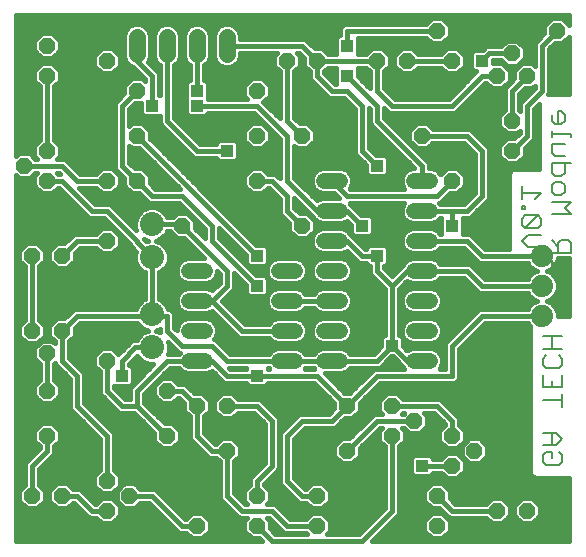
<source format=gbl>
G75*
%MOIN*%
%OFA0B0*%
%FSLAX25Y25*%
%IPPOS*%
%LPD*%
%AMOC8*
5,1,8,0,0,1.08239X$1,22.5*
%
%ADD10C,0.00600*%
%ADD11OC8,0.05200*%
%ADD12C,0.05600*%
%ADD13C,0.05200*%
%ADD14C,0.07400*%
%ADD15C,0.08000*%
%ADD16C,0.01600*%
%ADD17R,0.03962X0.03962*%
D10*
X0198733Y0125309D02*
X0200868Y0127444D01*
X0205139Y0127444D01*
X0204071Y0129619D02*
X0205139Y0130687D01*
X0205139Y0132822D01*
X0204071Y0133890D01*
X0199801Y0129619D01*
X0198733Y0130687D01*
X0198733Y0132822D01*
X0199801Y0133890D01*
X0204071Y0133890D01*
X0208733Y0134209D02*
X0215139Y0134209D01*
X0213004Y0136344D01*
X0215139Y0138479D01*
X0208733Y0138479D01*
X0209801Y0140654D02*
X0208733Y0141722D01*
X0208733Y0143857D01*
X0209801Y0144924D01*
X0211936Y0144924D01*
X0213004Y0143857D01*
X0213004Y0141722D01*
X0211936Y0140654D01*
X0209801Y0140654D01*
X0205139Y0141423D02*
X0198733Y0141423D01*
X0198733Y0139288D02*
X0198733Y0143558D01*
X0203004Y0139288D02*
X0205139Y0141423D01*
X0199801Y0137132D02*
X0198733Y0137132D01*
X0198733Y0136065D01*
X0199801Y0136065D01*
X0199801Y0137132D01*
X0199801Y0129619D02*
X0204071Y0129619D01*
X0208733Y0125588D02*
X0210868Y0123453D01*
X0210868Y0124520D02*
X0210868Y0121318D01*
X0208733Y0121318D02*
X0215139Y0121318D01*
X0215139Y0124520D01*
X0214071Y0125588D01*
X0211936Y0125588D01*
X0210868Y0124520D01*
X0205139Y0123174D02*
X0200868Y0123174D01*
X0198733Y0125309D01*
X0208733Y0119156D02*
X0208733Y0117021D01*
X0208733Y0118088D02*
X0215139Y0118088D01*
X0215139Y0117021D02*
X0215139Y0119156D01*
X0212139Y0093677D02*
X0205733Y0093677D01*
X0208936Y0093677D02*
X0208936Y0089406D01*
X0211071Y0087231D02*
X0212139Y0086163D01*
X0212139Y0084028D01*
X0211071Y0082961D01*
X0206801Y0082961D01*
X0205733Y0084028D01*
X0205733Y0086163D01*
X0206801Y0087231D01*
X0205733Y0089406D02*
X0212139Y0089406D01*
X0212139Y0080786D02*
X0212139Y0076515D01*
X0205733Y0076515D01*
X0205733Y0080786D01*
X0208936Y0078650D02*
X0208936Y0076515D01*
X0212139Y0074340D02*
X0212139Y0070070D01*
X0212139Y0072205D02*
X0205733Y0072205D01*
X0205733Y0061449D02*
X0210004Y0061449D01*
X0212139Y0059314D01*
X0210004Y0057179D01*
X0205733Y0057179D01*
X0206801Y0055004D02*
X0208936Y0055004D01*
X0208936Y0052868D01*
X0211071Y0050733D02*
X0206801Y0050733D01*
X0205733Y0051801D01*
X0205733Y0053936D01*
X0206801Y0055004D01*
X0208936Y0057179D02*
X0208936Y0061449D01*
X0211071Y0055004D02*
X0212139Y0053936D01*
X0212139Y0051801D01*
X0211071Y0050733D01*
X0211936Y0147100D02*
X0209801Y0147100D01*
X0208733Y0148167D01*
X0208733Y0151370D01*
X0215139Y0151370D01*
X0213004Y0151370D02*
X0213004Y0148167D01*
X0211936Y0147100D01*
X0213004Y0153545D02*
X0209801Y0153545D01*
X0208733Y0154613D01*
X0208733Y0157815D01*
X0213004Y0157815D01*
X0215139Y0159991D02*
X0215139Y0161058D01*
X0208733Y0161058D01*
X0208733Y0159991D02*
X0208733Y0162126D01*
X0209801Y0164288D02*
X0211936Y0164288D01*
X0213004Y0165355D01*
X0213004Y0167490D01*
X0211936Y0168558D01*
X0210868Y0168558D01*
X0210868Y0164288D01*
X0209801Y0164288D02*
X0208733Y0165355D01*
X0208733Y0167490D01*
D11*
X0195433Y0165433D03*
X0195433Y0155433D03*
X0175433Y0145433D03*
X0165433Y0160433D03*
X0190433Y0180433D03*
X0195433Y0187933D03*
X0200433Y0180433D03*
X0210433Y0195433D03*
X0175433Y0185433D03*
X0170433Y0195433D03*
X0160433Y0185433D03*
X0150433Y0185433D03*
X0130433Y0185433D03*
X0120433Y0185433D03*
X0110433Y0175433D03*
X0110433Y0160433D03*
X0125433Y0160433D03*
X0110433Y0145433D03*
X0125433Y0130433D03*
X0085433Y0130433D03*
X0070433Y0145433D03*
X0060433Y0145433D03*
X0070433Y0160433D03*
X0070433Y0175433D03*
X0060433Y0185433D03*
X0040433Y0180433D03*
X0040433Y0190433D03*
X0040433Y0155433D03*
X0032933Y0150433D03*
X0040433Y0145433D03*
X0060433Y0125433D03*
X0045433Y0120433D03*
X0035433Y0120433D03*
X0035433Y0095433D03*
X0040433Y0087933D03*
X0045433Y0095433D03*
X0060433Y0085433D03*
X0040433Y0075433D03*
X0040433Y0060433D03*
X0060433Y0045433D03*
X0067933Y0040433D03*
X0060433Y0035433D03*
X0045433Y0040433D03*
X0035433Y0040433D03*
X0080433Y0060433D03*
X0090433Y0070433D03*
X0100433Y0070433D03*
X0100433Y0055433D03*
X0110433Y0040433D03*
X0110433Y0030433D03*
X0090433Y0030433D03*
X0130433Y0030433D03*
X0130433Y0040433D03*
X0140433Y0055433D03*
X0155433Y0060433D03*
X0162933Y0065433D03*
X0155433Y0070433D03*
X0140433Y0070433D03*
X0170433Y0040433D03*
X0170433Y0030433D03*
X0190433Y0035433D03*
X0200433Y0035433D03*
X0182933Y0055433D03*
X0175433Y0050433D03*
X0175433Y0060433D03*
X0080433Y0075433D03*
D12*
X0080433Y0187633D02*
X0080433Y0193233D01*
X0070433Y0193233D02*
X0070433Y0187633D01*
X0090433Y0187633D02*
X0090433Y0193233D01*
X0100433Y0193233D02*
X0100433Y0187633D01*
D13*
X0132833Y0145433D02*
X0138033Y0145433D01*
X0138033Y0135433D02*
X0132833Y0135433D01*
X0132833Y0125433D02*
X0138033Y0125433D01*
X0138033Y0115433D02*
X0132833Y0115433D01*
X0123033Y0115433D02*
X0117833Y0115433D01*
X0117833Y0105433D02*
X0123033Y0105433D01*
X0132833Y0105433D02*
X0138033Y0105433D01*
X0138033Y0095433D02*
X0132833Y0095433D01*
X0123033Y0095433D02*
X0117833Y0095433D01*
X0117833Y0085433D02*
X0123033Y0085433D01*
X0132833Y0085433D02*
X0138033Y0085433D01*
X0162833Y0085433D02*
X0168033Y0085433D01*
X0168033Y0095433D02*
X0162833Y0095433D01*
X0162833Y0105433D02*
X0168033Y0105433D01*
X0168033Y0115433D02*
X0162833Y0115433D01*
X0162833Y0125433D02*
X0168033Y0125433D01*
X0168033Y0135433D02*
X0162833Y0135433D01*
X0162833Y0145433D02*
X0168033Y0145433D01*
X0093033Y0115433D02*
X0087833Y0115433D01*
X0087833Y0105433D02*
X0093033Y0105433D01*
X0093033Y0095433D02*
X0087833Y0095433D01*
X0087833Y0085433D02*
X0093033Y0085433D01*
D14*
X0205433Y0100433D03*
X0205433Y0110433D03*
X0205433Y0120433D03*
D15*
X0075433Y0119933D03*
X0075433Y0130933D03*
X0075433Y0100933D03*
X0075433Y0089933D03*
D16*
X0030233Y0147194D02*
X0030233Y0025233D01*
X0112239Y0025233D01*
X0111239Y0026233D01*
X0108694Y0026233D01*
X0106233Y0028694D01*
X0106233Y0032173D01*
X0107094Y0033033D01*
X0104956Y0033033D01*
X0104074Y0033399D01*
X0099074Y0038399D01*
X0098399Y0039074D01*
X0098033Y0039956D01*
X0098033Y0051894D01*
X0096894Y0053033D01*
X0094956Y0053033D01*
X0094074Y0053399D01*
X0089074Y0058399D01*
X0088399Y0059074D01*
X0088033Y0059956D01*
X0088033Y0066894D01*
X0086233Y0068694D01*
X0086233Y0071239D01*
X0084439Y0073033D01*
X0083973Y0073033D01*
X0082173Y0071233D01*
X0078694Y0071233D01*
X0076233Y0073694D01*
X0076233Y0077173D01*
X0078694Y0079633D01*
X0082173Y0079633D01*
X0083973Y0077833D01*
X0085911Y0077833D01*
X0086793Y0077468D01*
X0087468Y0076793D01*
X0089627Y0074633D01*
X0092173Y0074633D01*
X0094633Y0072173D01*
X0094633Y0068694D01*
X0092833Y0066894D01*
X0092833Y0061427D01*
X0096427Y0057833D01*
X0096894Y0057833D01*
X0098694Y0059633D01*
X0102173Y0059633D01*
X0104633Y0057173D01*
X0104633Y0053694D01*
X0102833Y0051894D01*
X0102833Y0041427D01*
X0106427Y0037833D01*
X0107094Y0037833D01*
X0106233Y0038694D01*
X0106233Y0042173D01*
X0108033Y0043973D01*
X0108033Y0045911D01*
X0108399Y0046793D01*
X0113033Y0051427D01*
X0113033Y0064439D01*
X0109439Y0068033D01*
X0103973Y0068033D01*
X0102173Y0066233D01*
X0098694Y0066233D01*
X0096233Y0068694D01*
X0096233Y0072173D01*
X0098694Y0074633D01*
X0102173Y0074633D01*
X0103973Y0072833D01*
X0110911Y0072833D01*
X0111793Y0072468D01*
X0112468Y0071793D01*
X0117468Y0066793D01*
X0117833Y0065911D01*
X0117833Y0049956D01*
X0117468Y0049074D01*
X0116793Y0048399D01*
X0112833Y0044439D01*
X0112833Y0043973D01*
X0114633Y0042173D01*
X0114633Y0038694D01*
X0113773Y0037833D01*
X0115911Y0037833D01*
X0116793Y0037468D01*
X0117468Y0036793D01*
X0121427Y0032833D01*
X0126894Y0032833D01*
X0128694Y0034633D01*
X0132173Y0034633D01*
X0134633Y0032173D01*
X0134633Y0028694D01*
X0133773Y0027833D01*
X0144439Y0027833D01*
X0153033Y0036427D01*
X0153033Y0056894D01*
X0151233Y0058694D01*
X0151233Y0062173D01*
X0152094Y0063033D01*
X0151427Y0063033D01*
X0144633Y0056239D01*
X0144633Y0053694D01*
X0142173Y0051233D01*
X0138694Y0051233D01*
X0136233Y0053694D01*
X0136233Y0057173D01*
X0138694Y0059633D01*
X0141239Y0059633D01*
X0148399Y0066793D01*
X0148399Y0066793D01*
X0149074Y0067468D01*
X0149956Y0067833D01*
X0152094Y0067833D01*
X0151233Y0068694D01*
X0151233Y0072173D01*
X0153694Y0074633D01*
X0157173Y0074633D01*
X0158973Y0072833D01*
X0170911Y0072833D01*
X0171793Y0072468D01*
X0172468Y0071793D01*
X0177468Y0066793D01*
X0177833Y0065911D01*
X0177833Y0063973D01*
X0179633Y0062173D01*
X0179633Y0058694D01*
X0177173Y0056233D01*
X0173694Y0056233D01*
X0171233Y0058694D01*
X0171233Y0062173D01*
X0173033Y0063973D01*
X0173033Y0064439D01*
X0169439Y0068033D01*
X0166273Y0068033D01*
X0167133Y0067173D01*
X0167133Y0063694D01*
X0164673Y0061233D01*
X0161194Y0061233D01*
X0159394Y0063033D01*
X0158773Y0063033D01*
X0159633Y0062173D01*
X0159633Y0058694D01*
X0157833Y0056894D01*
X0157833Y0034956D01*
X0157468Y0034074D01*
X0148627Y0025233D01*
X0214334Y0025233D01*
X0214334Y0046500D01*
X0202995Y0046500D01*
X0202787Y0046527D01*
X0202584Y0046582D01*
X0202391Y0046662D01*
X0202209Y0046767D01*
X0202043Y0046894D01*
X0201894Y0047043D01*
X0201767Y0047209D01*
X0201662Y0047391D01*
X0201582Y0047584D01*
X0201527Y0047787D01*
X0201500Y0047995D01*
X0201500Y0096871D01*
X0200940Y0097431D01*
X0200691Y0098033D01*
X0186427Y0098033D01*
X0177833Y0089439D01*
X0177833Y0079956D01*
X0177468Y0079074D01*
X0176793Y0078399D01*
X0175911Y0078033D01*
X0151427Y0078033D01*
X0144633Y0071239D01*
X0144633Y0068694D01*
X0142173Y0066233D01*
X0139627Y0066233D01*
X0136793Y0063399D01*
X0135911Y0063033D01*
X0126427Y0063033D01*
X0122833Y0059439D01*
X0122833Y0046427D01*
X0126427Y0042833D01*
X0126894Y0042833D01*
X0128694Y0044633D01*
X0132173Y0044633D01*
X0134633Y0042173D01*
X0134633Y0038694D01*
X0132173Y0036233D01*
X0128694Y0036233D01*
X0126894Y0038033D01*
X0124956Y0038033D01*
X0124074Y0038399D01*
X0119074Y0043399D01*
X0118399Y0044074D01*
X0118033Y0044956D01*
X0118033Y0060911D01*
X0118399Y0061793D01*
X0123399Y0066793D01*
X0124074Y0067468D01*
X0124956Y0067833D01*
X0134439Y0067833D01*
X0136233Y0069627D01*
X0136233Y0071239D01*
X0129439Y0078033D01*
X0114014Y0078033D01*
X0114014Y0077789D01*
X0113077Y0076852D01*
X0107789Y0076852D01*
X0106852Y0077789D01*
X0106852Y0078033D01*
X0099956Y0078033D01*
X0099074Y0078399D01*
X0098399Y0079074D01*
X0095506Y0081966D01*
X0095412Y0081873D01*
X0093869Y0081233D01*
X0086998Y0081233D01*
X0085454Y0081873D01*
X0084294Y0083033D01*
X0081427Y0083033D01*
X0072833Y0074439D01*
X0072833Y0071427D01*
X0079627Y0064633D01*
X0082173Y0064633D01*
X0084633Y0062173D01*
X0084633Y0058694D01*
X0082173Y0056233D01*
X0078694Y0056233D01*
X0076233Y0058694D01*
X0076233Y0061239D01*
X0069439Y0068033D01*
X0064956Y0068033D01*
X0064074Y0068399D01*
X0063399Y0069074D01*
X0063399Y0069074D01*
X0059074Y0073399D01*
X0059074Y0073399D01*
X0058399Y0074074D01*
X0058033Y0074956D01*
X0058033Y0081894D01*
X0056233Y0083694D01*
X0056233Y0087173D01*
X0058694Y0089633D01*
X0062173Y0089633D01*
X0064206Y0087600D01*
X0068574Y0091968D01*
X0069456Y0092333D01*
X0070366Y0092333D01*
X0070686Y0093105D01*
X0072261Y0094681D01*
X0074078Y0095433D01*
X0072261Y0096186D01*
X0070686Y0097761D01*
X0070573Y0098033D01*
X0051427Y0098033D01*
X0049633Y0096239D01*
X0049633Y0093694D01*
X0047833Y0091894D01*
X0047833Y0086427D01*
X0052468Y0081793D01*
X0052833Y0080911D01*
X0052833Y0071427D01*
X0062468Y0061793D01*
X0062833Y0060911D01*
X0062833Y0048973D01*
X0064633Y0047173D01*
X0064633Y0043694D01*
X0062173Y0041233D01*
X0058694Y0041233D01*
X0056233Y0043694D01*
X0056233Y0047173D01*
X0058033Y0048973D01*
X0058033Y0059439D01*
X0049074Y0068399D01*
X0048399Y0069074D01*
X0048033Y0069956D01*
X0048033Y0079439D01*
X0044074Y0083399D01*
X0043399Y0084074D01*
X0043139Y0084700D01*
X0042833Y0084394D01*
X0042833Y0078973D01*
X0044633Y0077173D01*
X0044633Y0073694D01*
X0042173Y0071233D01*
X0038694Y0071233D01*
X0036233Y0073694D01*
X0036233Y0077173D01*
X0038033Y0078973D01*
X0038033Y0084394D01*
X0036233Y0086194D01*
X0036233Y0089673D01*
X0038694Y0092133D01*
X0042173Y0092133D01*
X0043033Y0091273D01*
X0043033Y0091894D01*
X0041233Y0093694D01*
X0041233Y0097173D01*
X0043694Y0099633D01*
X0046239Y0099633D01*
X0048399Y0101793D01*
X0049074Y0102468D01*
X0049956Y0102833D01*
X0070159Y0102833D01*
X0070686Y0104105D01*
X0072261Y0105681D01*
X0073033Y0106000D01*
X0073033Y0114866D01*
X0072261Y0115186D01*
X0070686Y0116761D01*
X0069833Y0118819D01*
X0069833Y0121047D01*
X0070153Y0121819D01*
X0068399Y0123574D01*
X0068045Y0124427D01*
X0059439Y0133033D01*
X0054956Y0133033D01*
X0054074Y0133399D01*
X0053399Y0134074D01*
X0044439Y0143033D01*
X0043973Y0143033D01*
X0042173Y0141233D01*
X0038694Y0141233D01*
X0036233Y0143694D01*
X0036233Y0147173D01*
X0037094Y0148033D01*
X0036473Y0148033D01*
X0034673Y0146233D01*
X0031194Y0146233D01*
X0030233Y0147194D01*
X0030233Y0146716D02*
X0030711Y0146716D01*
X0030233Y0145117D02*
X0036233Y0145117D01*
X0036233Y0146716D02*
X0035155Y0146716D01*
X0032933Y0150433D02*
X0045433Y0150433D01*
X0050433Y0145433D01*
X0060433Y0145433D01*
X0057374Y0148314D02*
X0050946Y0148314D01*
X0051427Y0147833D02*
X0046793Y0152468D01*
X0045911Y0152833D01*
X0043773Y0152833D01*
X0044633Y0153694D01*
X0044633Y0157173D01*
X0042833Y0158973D01*
X0042833Y0176894D01*
X0044633Y0178694D01*
X0044633Y0182173D01*
X0042173Y0184633D01*
X0038694Y0184633D01*
X0036233Y0182173D01*
X0036233Y0178694D01*
X0038033Y0176894D01*
X0038033Y0158973D01*
X0036233Y0157173D01*
X0036233Y0153694D01*
X0037094Y0152833D01*
X0036473Y0152833D01*
X0034673Y0154633D01*
X0031194Y0154633D01*
X0030233Y0153673D01*
X0030233Y0200594D01*
X0214334Y0200594D01*
X0214334Y0197472D01*
X0212173Y0199633D01*
X0208694Y0199633D01*
X0206233Y0197173D01*
X0206233Y0194627D01*
X0203399Y0191793D01*
X0203033Y0190911D01*
X0203033Y0183773D01*
X0202173Y0184633D01*
X0198694Y0184633D01*
X0196233Y0182173D01*
X0196233Y0179627D01*
X0194074Y0177468D01*
X0194074Y0177468D01*
X0193399Y0176793D01*
X0193033Y0175911D01*
X0193033Y0168973D01*
X0191233Y0167173D01*
X0191233Y0163694D01*
X0193694Y0161233D01*
X0197173Y0161233D01*
X0198033Y0162094D01*
X0198033Y0161427D01*
X0196239Y0159633D01*
X0193694Y0159633D01*
X0191233Y0157173D01*
X0191233Y0153694D01*
X0193694Y0151233D01*
X0197173Y0151233D01*
X0199633Y0153694D01*
X0199633Y0156239D01*
X0201793Y0158399D01*
X0202468Y0159074D01*
X0202833Y0159956D01*
X0202833Y0169439D01*
X0204500Y0171106D01*
X0204500Y0149367D01*
X0195995Y0149367D01*
X0195787Y0149339D01*
X0195584Y0149285D01*
X0195391Y0149205D01*
X0195209Y0149100D01*
X0195043Y0148972D01*
X0194894Y0148824D01*
X0194767Y0148657D01*
X0194662Y0148476D01*
X0194582Y0148282D01*
X0194527Y0148079D01*
X0194500Y0147871D01*
X0194500Y0122833D01*
X0186427Y0122833D01*
X0182468Y0126793D01*
X0181793Y0127468D01*
X0180911Y0127833D01*
X0179014Y0127833D01*
X0179014Y0133033D01*
X0180911Y0133033D01*
X0181793Y0133399D01*
X0182468Y0134074D01*
X0187468Y0139074D01*
X0187833Y0139956D01*
X0187833Y0155911D01*
X0187468Y0156793D01*
X0186793Y0157468D01*
X0181793Y0162468D01*
X0180911Y0162833D01*
X0168973Y0162833D01*
X0167173Y0164633D01*
X0163694Y0164633D01*
X0161233Y0162173D01*
X0161233Y0158694D01*
X0163694Y0156233D01*
X0167173Y0156233D01*
X0168973Y0158033D01*
X0179439Y0158033D01*
X0183033Y0154439D01*
X0183033Y0141427D01*
X0179439Y0137833D01*
X0171573Y0137833D01*
X0171237Y0138169D01*
X0171793Y0138399D01*
X0172468Y0139074D01*
X0174627Y0141233D01*
X0177173Y0141233D01*
X0179633Y0143694D01*
X0179633Y0147173D01*
X0177173Y0149633D01*
X0173694Y0149633D01*
X0171675Y0147615D01*
X0171594Y0147812D01*
X0170412Y0148994D01*
X0168869Y0149633D01*
X0167833Y0149633D01*
X0167833Y0150911D01*
X0167468Y0151793D01*
X0152833Y0166427D01*
X0152833Y0169639D01*
X0154074Y0168399D01*
X0154956Y0168033D01*
X0175911Y0168033D01*
X0176793Y0168399D01*
X0177468Y0169074D01*
X0186427Y0178033D01*
X0186894Y0178033D01*
X0188694Y0176233D01*
X0192173Y0176233D01*
X0194633Y0178694D01*
X0194633Y0182173D01*
X0192173Y0184633D01*
X0189014Y0184633D01*
X0189014Y0185533D01*
X0191894Y0185533D01*
X0193694Y0183733D01*
X0197173Y0183733D01*
X0199633Y0186194D01*
X0199633Y0189673D01*
X0197173Y0192133D01*
X0193694Y0192133D01*
X0191894Y0190333D01*
X0187456Y0190333D01*
X0186574Y0189968D01*
X0185620Y0189014D01*
X0182789Y0189014D01*
X0181852Y0188077D01*
X0181852Y0182789D01*
X0182789Y0181852D01*
X0183458Y0181852D01*
X0174439Y0172833D01*
X0156427Y0172833D01*
X0152833Y0176427D01*
X0152833Y0181894D01*
X0154633Y0183694D01*
X0154633Y0187173D01*
X0152173Y0189633D01*
X0148694Y0189633D01*
X0146894Y0187833D01*
X0144014Y0187833D01*
X0144014Y0193033D01*
X0166894Y0193033D01*
X0168694Y0191233D01*
X0172173Y0191233D01*
X0174633Y0193694D01*
X0174633Y0197173D01*
X0172173Y0199633D01*
X0168694Y0199633D01*
X0166894Y0197833D01*
X0139956Y0197833D01*
X0139074Y0197468D01*
X0138399Y0196793D01*
X0138033Y0195911D01*
X0138033Y0194014D01*
X0137789Y0194014D01*
X0136852Y0193077D01*
X0136852Y0187833D01*
X0133973Y0187833D01*
X0132173Y0189633D01*
X0129627Y0189633D01*
X0127468Y0191793D01*
X0126793Y0192468D01*
X0125911Y0192833D01*
X0104833Y0192833D01*
X0104833Y0194108D01*
X0104163Y0195726D01*
X0102926Y0196963D01*
X0101308Y0197633D01*
X0099558Y0197633D01*
X0097941Y0196963D01*
X0096703Y0195726D01*
X0096033Y0194108D01*
X0096033Y0186758D01*
X0096703Y0185141D01*
X0097941Y0183903D01*
X0099558Y0183233D01*
X0101308Y0183233D01*
X0102926Y0183903D01*
X0104163Y0185141D01*
X0104833Y0186758D01*
X0104833Y0188033D01*
X0117094Y0188033D01*
X0116233Y0187173D01*
X0116233Y0183694D01*
X0118033Y0181894D01*
X0118033Y0166227D01*
X0112600Y0171660D01*
X0114633Y0173694D01*
X0114633Y0177173D01*
X0112173Y0179633D01*
X0108694Y0179633D01*
X0106233Y0177173D01*
X0106233Y0173694D01*
X0107094Y0172833D01*
X0094014Y0172833D01*
X0094014Y0178077D01*
X0093077Y0179014D01*
X0092833Y0179014D01*
X0092833Y0183865D01*
X0092926Y0183903D01*
X0094163Y0185141D01*
X0094833Y0186758D01*
X0094833Y0194108D01*
X0094163Y0195726D01*
X0092926Y0196963D01*
X0091308Y0197633D01*
X0089558Y0197633D01*
X0087941Y0196963D01*
X0086703Y0195726D01*
X0086033Y0194108D01*
X0086033Y0186758D01*
X0086703Y0185141D01*
X0087941Y0183903D01*
X0088033Y0183865D01*
X0088033Y0179014D01*
X0087789Y0179014D01*
X0086852Y0178077D01*
X0086852Y0167789D01*
X0087789Y0166852D01*
X0093077Y0166852D01*
X0094014Y0167789D01*
X0094014Y0168033D01*
X0109439Y0168033D01*
X0118033Y0159439D01*
X0118033Y0146227D01*
X0116793Y0147468D01*
X0115911Y0147833D01*
X0113973Y0147833D01*
X0112173Y0149633D01*
X0108694Y0149633D01*
X0106233Y0147173D01*
X0106233Y0143694D01*
X0108694Y0141233D01*
X0112173Y0141233D01*
X0113973Y0143033D01*
X0114439Y0143033D01*
X0118033Y0139439D01*
X0118033Y0134956D01*
X0118399Y0134074D01*
X0121233Y0131239D01*
X0121233Y0128694D01*
X0123694Y0126233D01*
X0127173Y0126233D01*
X0129633Y0128694D01*
X0129633Y0132173D01*
X0127173Y0134633D01*
X0124627Y0134633D01*
X0122833Y0136427D01*
X0122833Y0139639D01*
X0128399Y0134074D01*
X0129074Y0133399D01*
X0129142Y0133370D01*
X0129273Y0133054D01*
X0130454Y0131873D01*
X0131998Y0131233D01*
X0138869Y0131233D01*
X0140412Y0131873D01*
X0140506Y0131966D01*
X0141852Y0130620D01*
X0141852Y0127789D01*
X0142789Y0126852D01*
X0148077Y0126852D01*
X0149014Y0127789D01*
X0149014Y0133077D01*
X0148077Y0134014D01*
X0145246Y0134014D01*
X0141793Y0137468D01*
X0141725Y0137496D01*
X0141594Y0137812D01*
X0141373Y0138033D01*
X0159494Y0138033D01*
X0159273Y0137812D01*
X0158633Y0136269D01*
X0158633Y0134598D01*
X0159273Y0133054D01*
X0160454Y0131873D01*
X0161998Y0131233D01*
X0168869Y0131233D01*
X0170412Y0131873D01*
X0171573Y0133033D01*
X0171852Y0133033D01*
X0171852Y0127833D01*
X0171573Y0127833D01*
X0170412Y0128994D01*
X0168869Y0129633D01*
X0161998Y0129633D01*
X0160454Y0128994D01*
X0159273Y0127812D01*
X0158633Y0126269D01*
X0158633Y0124598D01*
X0159273Y0123054D01*
X0160454Y0121873D01*
X0161998Y0121233D01*
X0168869Y0121233D01*
X0170412Y0121873D01*
X0171573Y0123033D01*
X0179439Y0123033D01*
X0183399Y0119074D01*
X0184074Y0118399D01*
X0184956Y0118033D01*
X0200691Y0118033D01*
X0200940Y0117431D01*
X0202431Y0115940D01*
X0203655Y0115433D01*
X0202431Y0114926D01*
X0200940Y0113435D01*
X0200691Y0112833D01*
X0186427Y0112833D01*
X0181793Y0117468D01*
X0180911Y0117833D01*
X0171573Y0117833D01*
X0170412Y0118994D01*
X0168869Y0119633D01*
X0161998Y0119633D01*
X0160454Y0118994D01*
X0159273Y0117812D01*
X0159142Y0117496D01*
X0159074Y0117468D01*
X0158399Y0116793D01*
X0155433Y0113827D01*
X0152833Y0116427D01*
X0152833Y0116852D01*
X0153077Y0116852D01*
X0154014Y0117789D01*
X0154014Y0123077D01*
X0153077Y0124014D01*
X0147789Y0124014D01*
X0146852Y0123077D01*
X0146852Y0122833D01*
X0146427Y0122833D01*
X0141793Y0127468D01*
X0141725Y0127496D01*
X0141594Y0127812D01*
X0140412Y0128994D01*
X0138869Y0129633D01*
X0131998Y0129633D01*
X0130454Y0128994D01*
X0129273Y0127812D01*
X0128633Y0126269D01*
X0128633Y0124598D01*
X0129273Y0123054D01*
X0130454Y0121873D01*
X0131998Y0121233D01*
X0138869Y0121233D01*
X0140412Y0121873D01*
X0140506Y0121966D01*
X0143399Y0119074D01*
X0144074Y0118399D01*
X0144956Y0118033D01*
X0146852Y0118033D01*
X0146852Y0117789D01*
X0147789Y0116852D01*
X0148033Y0116852D01*
X0148033Y0114956D01*
X0148399Y0114074D01*
X0153033Y0109439D01*
X0153033Y0094014D01*
X0152789Y0094014D01*
X0151852Y0093077D01*
X0151852Y0090246D01*
X0149439Y0087833D01*
X0141573Y0087833D01*
X0140412Y0088994D01*
X0138869Y0089633D01*
X0131998Y0089633D01*
X0130454Y0088994D01*
X0129294Y0087833D01*
X0126573Y0087833D01*
X0125412Y0088994D01*
X0123869Y0089633D01*
X0116998Y0089633D01*
X0115454Y0088994D01*
X0114294Y0087833D01*
X0101427Y0087833D01*
X0097468Y0091793D01*
X0096793Y0092468D01*
X0096237Y0092698D01*
X0096594Y0093054D01*
X0097233Y0094598D01*
X0097233Y0096269D01*
X0096594Y0097812D01*
X0095412Y0098994D01*
X0093869Y0099633D01*
X0086998Y0099633D01*
X0085454Y0098994D01*
X0084273Y0097812D01*
X0083633Y0096269D01*
X0083633Y0095627D01*
X0082833Y0096427D01*
X0082833Y0100911D01*
X0082468Y0101793D01*
X0081793Y0102468D01*
X0080911Y0102833D01*
X0080708Y0102833D01*
X0080181Y0104105D01*
X0078605Y0105681D01*
X0077833Y0106000D01*
X0077833Y0114866D01*
X0078605Y0115186D01*
X0080181Y0116761D01*
X0081033Y0118819D01*
X0081033Y0121047D01*
X0080181Y0123105D01*
X0078605Y0124681D01*
X0076788Y0125433D01*
X0078605Y0126186D01*
X0080181Y0127761D01*
X0080500Y0128533D01*
X0081394Y0128533D01*
X0083694Y0126233D01*
X0086239Y0126233D01*
X0092839Y0119633D01*
X0086998Y0119633D01*
X0085454Y0118994D01*
X0084273Y0117812D01*
X0083633Y0116269D01*
X0083633Y0114598D01*
X0084273Y0113054D01*
X0085454Y0111873D01*
X0086998Y0111233D01*
X0093869Y0111233D01*
X0095412Y0111873D01*
X0096594Y0113054D01*
X0097233Y0114598D01*
X0097233Y0115239D01*
X0098033Y0114439D01*
X0098033Y0111427D01*
X0095506Y0108900D01*
X0095412Y0108994D01*
X0093869Y0109633D01*
X0086998Y0109633D01*
X0085454Y0108994D01*
X0084273Y0107812D01*
X0083633Y0106269D01*
X0083633Y0104598D01*
X0084273Y0103054D01*
X0085454Y0101873D01*
X0086998Y0101233D01*
X0093869Y0101233D01*
X0095412Y0101873D01*
X0095506Y0101966D01*
X0103399Y0094074D01*
X0104074Y0093399D01*
X0104956Y0093033D01*
X0114294Y0093033D01*
X0115454Y0091873D01*
X0116998Y0091233D01*
X0123869Y0091233D01*
X0125412Y0091873D01*
X0126594Y0093054D01*
X0127233Y0094598D01*
X0127233Y0096269D01*
X0126594Y0097812D01*
X0125412Y0098994D01*
X0123869Y0099633D01*
X0116998Y0099633D01*
X0115454Y0098994D01*
X0114294Y0097833D01*
X0106427Y0097833D01*
X0098827Y0105433D01*
X0102468Y0109074D01*
X0102833Y0109956D01*
X0102833Y0114639D01*
X0106852Y0110620D01*
X0106852Y0107789D01*
X0107789Y0106852D01*
X0113077Y0106852D01*
X0114014Y0107789D01*
X0114014Y0113077D01*
X0113077Y0114014D01*
X0110246Y0114014D01*
X0097833Y0126427D01*
X0097833Y0129639D01*
X0106852Y0120620D01*
X0106852Y0117789D01*
X0107789Y0116852D01*
X0113077Y0116852D01*
X0114014Y0117789D01*
X0114014Y0123077D01*
X0113077Y0124014D01*
X0110246Y0124014D01*
X0074633Y0159627D01*
X0074633Y0162173D01*
X0072173Y0164633D01*
X0068694Y0164633D01*
X0067833Y0163773D01*
X0067833Y0169439D01*
X0069627Y0171233D01*
X0071852Y0171233D01*
X0071852Y0167789D01*
X0072789Y0166852D01*
X0078033Y0166852D01*
X0078033Y0164956D01*
X0078399Y0164074D01*
X0079074Y0163399D01*
X0089074Y0153399D01*
X0089956Y0153033D01*
X0096852Y0153033D01*
X0096852Y0152789D01*
X0097789Y0151852D01*
X0103077Y0151852D01*
X0104014Y0152789D01*
X0104014Y0158077D01*
X0103077Y0159014D01*
X0097789Y0159014D01*
X0096852Y0158077D01*
X0096852Y0157833D01*
X0091427Y0157833D01*
X0082833Y0166427D01*
X0082833Y0183865D01*
X0082926Y0183903D01*
X0084163Y0185141D01*
X0084833Y0186758D01*
X0084833Y0194108D01*
X0084163Y0195726D01*
X0082926Y0196963D01*
X0081308Y0197633D01*
X0079558Y0197633D01*
X0077941Y0196963D01*
X0076703Y0195726D01*
X0076033Y0194108D01*
X0076033Y0186758D01*
X0076703Y0185141D01*
X0077941Y0183903D01*
X0078033Y0183865D01*
X0078033Y0174014D01*
X0077833Y0174014D01*
X0077833Y0180911D01*
X0077468Y0181793D01*
X0074142Y0185119D01*
X0074163Y0185141D01*
X0074833Y0186758D01*
X0074833Y0194108D01*
X0074163Y0195726D01*
X0072926Y0196963D01*
X0071308Y0197633D01*
X0069558Y0197633D01*
X0067941Y0196963D01*
X0066703Y0195726D01*
X0066033Y0194108D01*
X0066033Y0186758D01*
X0066703Y0185141D01*
X0067941Y0183903D01*
X0069014Y0183459D01*
X0069074Y0183399D01*
X0073033Y0179439D01*
X0073033Y0178773D01*
X0072173Y0179633D01*
X0068694Y0179633D01*
X0066233Y0177173D01*
X0066233Y0174627D01*
X0063399Y0171793D01*
X0063033Y0170911D01*
X0063033Y0149956D01*
X0063399Y0149074D01*
X0064074Y0148399D01*
X0066233Y0146239D01*
X0066233Y0143694D01*
X0068694Y0141233D01*
X0071239Y0141233D01*
X0074074Y0138399D01*
X0074956Y0138033D01*
X0084439Y0138033D01*
X0093033Y0129439D01*
X0093033Y0126227D01*
X0089633Y0129627D01*
X0089633Y0132173D01*
X0087173Y0134633D01*
X0083694Y0134633D01*
X0082394Y0133333D01*
X0080500Y0133333D01*
X0080181Y0134105D01*
X0078605Y0135681D01*
X0076547Y0136533D01*
X0074319Y0136533D01*
X0072261Y0135681D01*
X0070686Y0134105D01*
X0069833Y0132047D01*
X0069833Y0129819D01*
X0070110Y0129150D01*
X0061793Y0137468D01*
X0060911Y0137833D01*
X0056427Y0137833D01*
X0051227Y0143033D01*
X0056894Y0143033D01*
X0058694Y0141233D01*
X0062173Y0141233D01*
X0064633Y0143694D01*
X0064633Y0147173D01*
X0062173Y0149633D01*
X0058694Y0149633D01*
X0056894Y0147833D01*
X0051427Y0147833D01*
X0049348Y0149913D02*
X0063051Y0149913D01*
X0063033Y0151511D02*
X0047749Y0151511D01*
X0044633Y0154708D02*
X0063033Y0154708D01*
X0063033Y0153110D02*
X0044049Y0153110D01*
X0044633Y0156307D02*
X0063033Y0156307D01*
X0063033Y0157905D02*
X0043901Y0157905D01*
X0042833Y0159504D02*
X0063033Y0159504D01*
X0063033Y0161102D02*
X0042833Y0161102D01*
X0042833Y0162701D02*
X0063033Y0162701D01*
X0063033Y0164299D02*
X0042833Y0164299D01*
X0042833Y0165898D02*
X0063033Y0165898D01*
X0063033Y0167496D02*
X0042833Y0167496D01*
X0042833Y0169095D02*
X0063033Y0169095D01*
X0063033Y0170693D02*
X0042833Y0170693D01*
X0042833Y0172292D02*
X0063898Y0172292D01*
X0065496Y0173890D02*
X0042833Y0173890D01*
X0042833Y0175489D02*
X0066233Y0175489D01*
X0066233Y0177087D02*
X0043027Y0177087D01*
X0044626Y0178686D02*
X0067746Y0178686D01*
X0070589Y0181883D02*
X0062823Y0181883D01*
X0062173Y0181233D02*
X0064633Y0183694D01*
X0064633Y0187173D01*
X0062173Y0189633D01*
X0058694Y0189633D01*
X0056233Y0187173D01*
X0056233Y0183694D01*
X0058694Y0181233D01*
X0062173Y0181233D01*
X0064421Y0183481D02*
X0068959Y0183481D01*
X0070433Y0185433D02*
X0070433Y0190433D01*
X0066033Y0189875D02*
X0044633Y0189875D01*
X0044633Y0188694D02*
X0042173Y0186233D01*
X0038694Y0186233D01*
X0036233Y0188694D01*
X0036233Y0192173D01*
X0038694Y0194633D01*
X0042173Y0194633D01*
X0044633Y0192173D01*
X0044633Y0188694D01*
X0044217Y0188277D02*
X0057337Y0188277D01*
X0056233Y0186678D02*
X0042618Y0186678D01*
X0043325Y0183481D02*
X0056445Y0183481D01*
X0056233Y0185080D02*
X0030233Y0185080D01*
X0030233Y0186678D02*
X0038248Y0186678D01*
X0036650Y0188277D02*
X0030233Y0188277D01*
X0030233Y0189875D02*
X0036233Y0189875D01*
X0036233Y0191474D02*
X0030233Y0191474D01*
X0030233Y0193072D02*
X0037133Y0193072D01*
X0043734Y0193072D02*
X0066033Y0193072D01*
X0066033Y0191474D02*
X0044633Y0191474D01*
X0037542Y0183481D02*
X0030233Y0183481D01*
X0030233Y0181883D02*
X0036233Y0181883D01*
X0036233Y0180284D02*
X0030233Y0180284D01*
X0030233Y0178686D02*
X0036241Y0178686D01*
X0037839Y0177087D02*
X0030233Y0177087D01*
X0030233Y0175489D02*
X0038033Y0175489D01*
X0038033Y0173890D02*
X0030233Y0173890D01*
X0030233Y0172292D02*
X0038033Y0172292D01*
X0038033Y0170693D02*
X0030233Y0170693D01*
X0030233Y0169095D02*
X0038033Y0169095D01*
X0038033Y0167496D02*
X0030233Y0167496D01*
X0030233Y0165898D02*
X0038033Y0165898D01*
X0038033Y0164299D02*
X0030233Y0164299D01*
X0030233Y0162701D02*
X0038033Y0162701D01*
X0038033Y0161102D02*
X0030233Y0161102D01*
X0030233Y0159504D02*
X0038033Y0159504D01*
X0036965Y0157905D02*
X0030233Y0157905D01*
X0030233Y0156307D02*
X0036233Y0156307D01*
X0036233Y0154708D02*
X0030233Y0154708D01*
X0036196Y0153110D02*
X0036817Y0153110D01*
X0040433Y0155433D02*
X0040433Y0180433D01*
X0044633Y0180284D02*
X0072188Y0180284D01*
X0075433Y0180433D02*
X0070433Y0185433D01*
X0066764Y0185080D02*
X0064633Y0185080D01*
X0064633Y0186678D02*
X0066066Y0186678D01*
X0066033Y0188277D02*
X0063529Y0188277D01*
X0066266Y0194671D02*
X0030233Y0194671D01*
X0030233Y0196269D02*
X0067247Y0196269D01*
X0073619Y0196269D02*
X0077247Y0196269D01*
X0076266Y0194671D02*
X0074600Y0194671D01*
X0074833Y0193072D02*
X0076033Y0193072D01*
X0076033Y0191474D02*
X0074833Y0191474D01*
X0074833Y0189875D02*
X0076033Y0189875D01*
X0076033Y0188277D02*
X0074833Y0188277D01*
X0074800Y0186678D02*
X0076066Y0186678D01*
X0076764Y0185080D02*
X0074181Y0185080D01*
X0075779Y0183481D02*
X0078033Y0183481D01*
X0078033Y0181883D02*
X0077378Y0181883D01*
X0077833Y0180284D02*
X0078033Y0180284D01*
X0078033Y0178686D02*
X0077833Y0178686D01*
X0077833Y0177087D02*
X0078033Y0177087D01*
X0078033Y0175489D02*
X0077833Y0175489D01*
X0082833Y0175489D02*
X0086852Y0175489D01*
X0086852Y0177087D02*
X0082833Y0177087D01*
X0082833Y0178686D02*
X0087461Y0178686D01*
X0088033Y0180284D02*
X0082833Y0180284D01*
X0082833Y0181883D02*
X0088033Y0181883D01*
X0088033Y0183481D02*
X0082833Y0183481D01*
X0084102Y0185080D02*
X0086764Y0185080D01*
X0086066Y0186678D02*
X0084800Y0186678D01*
X0084833Y0188277D02*
X0086033Y0188277D01*
X0086033Y0189875D02*
X0084833Y0189875D01*
X0084833Y0191474D02*
X0086033Y0191474D01*
X0086033Y0193072D02*
X0084833Y0193072D01*
X0084600Y0194671D02*
X0086266Y0194671D01*
X0087247Y0196269D02*
X0083619Y0196269D01*
X0080433Y0190433D02*
X0080433Y0165433D01*
X0090433Y0155433D01*
X0100433Y0155433D01*
X0096852Y0157905D02*
X0091355Y0157905D01*
X0089757Y0159504D02*
X0106233Y0159504D01*
X0106233Y0158694D02*
X0108694Y0156233D01*
X0112173Y0156233D01*
X0114633Y0158694D01*
X0114633Y0162173D01*
X0112173Y0164633D01*
X0108694Y0164633D01*
X0106233Y0162173D01*
X0106233Y0158694D01*
X0107022Y0157905D02*
X0104014Y0157905D01*
X0104014Y0156307D02*
X0108620Y0156307D01*
X0104014Y0154708D02*
X0118033Y0154708D01*
X0118033Y0153110D02*
X0104014Y0153110D01*
X0107374Y0148314D02*
X0085946Y0148314D01*
X0084348Y0149913D02*
X0118033Y0149913D01*
X0118033Y0151511D02*
X0082749Y0151511D01*
X0081151Y0153110D02*
X0089771Y0153110D01*
X0087764Y0154708D02*
X0079552Y0154708D01*
X0077954Y0156307D02*
X0086166Y0156307D01*
X0084567Y0157905D02*
X0076355Y0157905D01*
X0074757Y0159504D02*
X0082969Y0159504D01*
X0081370Y0161102D02*
X0074633Y0161102D01*
X0074105Y0162701D02*
X0079772Y0162701D01*
X0078305Y0164299D02*
X0072507Y0164299D01*
X0072145Y0167496D02*
X0067833Y0167496D01*
X0067833Y0165898D02*
X0078033Y0165898D01*
X0082833Y0167496D02*
X0087145Y0167496D01*
X0086852Y0169095D02*
X0082833Y0169095D01*
X0082833Y0170693D02*
X0086852Y0170693D01*
X0086852Y0172292D02*
X0082833Y0172292D01*
X0082833Y0173890D02*
X0086852Y0173890D01*
X0090433Y0175433D02*
X0090433Y0190433D01*
X0094833Y0189875D02*
X0096033Y0189875D01*
X0096033Y0188277D02*
X0094833Y0188277D01*
X0094800Y0186678D02*
X0096066Y0186678D01*
X0096764Y0185080D02*
X0094102Y0185080D01*
X0092833Y0183481D02*
X0098959Y0183481D01*
X0101908Y0183481D02*
X0116445Y0183481D01*
X0116233Y0185080D02*
X0104102Y0185080D01*
X0104800Y0186678D02*
X0116233Y0186678D01*
X0120433Y0185433D02*
X0120433Y0165433D01*
X0125433Y0160433D01*
X0122833Y0157094D02*
X0123694Y0156233D01*
X0127173Y0156233D01*
X0129633Y0158694D01*
X0129633Y0162173D01*
X0127173Y0164633D01*
X0124627Y0164633D01*
X0122833Y0166427D01*
X0122833Y0181894D01*
X0124633Y0183694D01*
X0124633Y0187173D01*
X0123773Y0188033D01*
X0124439Y0188033D01*
X0126233Y0186239D01*
X0126233Y0183694D01*
X0128033Y0181894D01*
X0128033Y0179956D01*
X0128399Y0179074D01*
X0133399Y0174074D01*
X0134074Y0173399D01*
X0134956Y0173033D01*
X0139439Y0173033D01*
X0143033Y0169439D01*
X0143033Y0154956D01*
X0143399Y0154074D01*
X0146852Y0150620D01*
X0146852Y0147789D01*
X0147789Y0146852D01*
X0153077Y0146852D01*
X0154014Y0147789D01*
X0154014Y0153077D01*
X0153077Y0154014D01*
X0150246Y0154014D01*
X0147833Y0156427D01*
X0147833Y0169639D01*
X0148033Y0169439D01*
X0148033Y0164956D01*
X0148399Y0164074D01*
X0149074Y0163399D01*
X0162839Y0149633D01*
X0161998Y0149633D01*
X0160454Y0148994D01*
X0159273Y0147812D01*
X0158633Y0146269D01*
X0158633Y0144598D01*
X0159273Y0143054D01*
X0159494Y0142833D01*
X0141427Y0142833D01*
X0141400Y0142860D01*
X0141594Y0143054D01*
X0142233Y0144598D01*
X0142233Y0146269D01*
X0141594Y0147812D01*
X0140412Y0148994D01*
X0138869Y0149633D01*
X0131998Y0149633D01*
X0130454Y0148994D01*
X0129273Y0147812D01*
X0128633Y0146269D01*
X0128633Y0144598D01*
X0129273Y0143054D01*
X0130454Y0141873D01*
X0131998Y0141233D01*
X0136239Y0141233D01*
X0137839Y0139633D01*
X0131998Y0139633D01*
X0130454Y0138994D01*
X0130360Y0138900D01*
X0122833Y0146427D01*
X0122833Y0157094D01*
X0122833Y0156307D02*
X0123620Y0156307D01*
X0122833Y0154708D02*
X0143136Y0154708D01*
X0143033Y0156307D02*
X0127246Y0156307D01*
X0128845Y0157905D02*
X0143033Y0157905D01*
X0143033Y0159504D02*
X0129633Y0159504D01*
X0129633Y0161102D02*
X0143033Y0161102D01*
X0143033Y0162701D02*
X0129105Y0162701D01*
X0127507Y0164299D02*
X0143033Y0164299D01*
X0143033Y0165898D02*
X0123363Y0165898D01*
X0122833Y0167496D02*
X0143033Y0167496D01*
X0143033Y0169095D02*
X0122833Y0169095D01*
X0122833Y0170693D02*
X0141779Y0170693D01*
X0140181Y0172292D02*
X0122833Y0172292D01*
X0122833Y0173890D02*
X0133582Y0173890D01*
X0131983Y0175489D02*
X0122833Y0175489D01*
X0122833Y0177087D02*
X0130385Y0177087D01*
X0128786Y0178686D02*
X0122833Y0178686D01*
X0122833Y0180284D02*
X0128033Y0180284D01*
X0128033Y0181883D02*
X0122833Y0181883D01*
X0124421Y0183481D02*
X0126445Y0183481D01*
X0126233Y0185080D02*
X0124633Y0185080D01*
X0124633Y0186678D02*
X0125794Y0186678D01*
X0125433Y0190433D02*
X0100433Y0190433D01*
X0096033Y0191474D02*
X0094833Y0191474D01*
X0094833Y0193072D02*
X0096033Y0193072D01*
X0096266Y0194671D02*
X0094600Y0194671D01*
X0093619Y0196269D02*
X0097247Y0196269D01*
X0103619Y0196269D02*
X0138182Y0196269D01*
X0138033Y0194671D02*
X0104600Y0194671D01*
X0104833Y0193072D02*
X0136852Y0193072D01*
X0136852Y0191474D02*
X0127787Y0191474D01*
X0127468Y0191793D02*
X0127468Y0191793D01*
X0125433Y0190433D02*
X0130433Y0185433D01*
X0130433Y0180433D01*
X0135433Y0175433D01*
X0140433Y0175433D01*
X0145433Y0170433D01*
X0145433Y0155433D01*
X0150433Y0150433D01*
X0146852Y0149913D02*
X0122833Y0149913D01*
X0122833Y0151511D02*
X0145961Y0151511D01*
X0144363Y0153110D02*
X0122833Y0153110D01*
X0118033Y0156307D02*
X0112246Y0156307D01*
X0113845Y0157905D02*
X0118033Y0157905D01*
X0117969Y0159504D02*
X0114633Y0159504D01*
X0114633Y0161102D02*
X0116370Y0161102D01*
X0114772Y0162701D02*
X0114105Y0162701D01*
X0113173Y0164299D02*
X0112507Y0164299D01*
X0111575Y0165898D02*
X0083363Y0165898D01*
X0084961Y0164299D02*
X0108360Y0164299D01*
X0106761Y0162701D02*
X0086560Y0162701D01*
X0088158Y0161102D02*
X0106233Y0161102D01*
X0109976Y0167496D02*
X0093721Y0167496D01*
X0090433Y0170433D02*
X0110433Y0170433D01*
X0120433Y0160433D01*
X0120433Y0145433D01*
X0130433Y0135433D01*
X0135433Y0135433D01*
X0140433Y0135433D01*
X0145433Y0130433D01*
X0141742Y0130730D02*
X0129633Y0130730D01*
X0129633Y0129132D02*
X0130788Y0129132D01*
X0129157Y0127533D02*
X0128473Y0127533D01*
X0128633Y0125935D02*
X0108326Y0125935D01*
X0109924Y0124336D02*
X0128741Y0124336D01*
X0129589Y0122738D02*
X0114014Y0122738D01*
X0114014Y0121139D02*
X0141333Y0121139D01*
X0142931Y0119541D02*
X0139091Y0119541D01*
X0138869Y0119633D02*
X0140412Y0118994D01*
X0141594Y0117812D01*
X0142233Y0116269D01*
X0142233Y0114598D01*
X0141594Y0113054D01*
X0140412Y0111873D01*
X0138869Y0111233D01*
X0131998Y0111233D01*
X0130454Y0111873D01*
X0129273Y0113054D01*
X0128633Y0114598D01*
X0128633Y0116269D01*
X0129273Y0117812D01*
X0130454Y0118994D01*
X0131998Y0119633D01*
X0138869Y0119633D01*
X0141464Y0117942D02*
X0146852Y0117942D01*
X0148033Y0116344D02*
X0142202Y0116344D01*
X0142233Y0114745D02*
X0148120Y0114745D01*
X0149325Y0113147D02*
X0141632Y0113147D01*
X0139629Y0111548D02*
X0150924Y0111548D01*
X0152522Y0109950D02*
X0114014Y0109950D01*
X0114014Y0111548D02*
X0116237Y0111548D01*
X0116998Y0111233D02*
X0115454Y0111873D01*
X0114273Y0113054D01*
X0113633Y0114598D01*
X0113633Y0116269D01*
X0114273Y0117812D01*
X0115454Y0118994D01*
X0116998Y0119633D01*
X0123869Y0119633D01*
X0125412Y0118994D01*
X0126594Y0117812D01*
X0127233Y0116269D01*
X0127233Y0114598D01*
X0126594Y0113054D01*
X0125412Y0111873D01*
X0123869Y0111233D01*
X0116998Y0111233D01*
X0116998Y0109633D02*
X0115454Y0108994D01*
X0114273Y0107812D01*
X0113633Y0106269D01*
X0113633Y0104598D01*
X0114273Y0103054D01*
X0115454Y0101873D01*
X0116998Y0101233D01*
X0123869Y0101233D01*
X0125412Y0101873D01*
X0126573Y0103033D01*
X0129294Y0103033D01*
X0130454Y0101873D01*
X0131998Y0101233D01*
X0138869Y0101233D01*
X0140412Y0101873D01*
X0141594Y0103054D01*
X0142233Y0104598D01*
X0142233Y0106269D01*
X0141594Y0107812D01*
X0140412Y0108994D01*
X0138869Y0109633D01*
X0131998Y0109633D01*
X0130454Y0108994D01*
X0129294Y0107833D01*
X0126573Y0107833D01*
X0125412Y0108994D01*
X0123869Y0109633D01*
X0116998Y0109633D01*
X0114812Y0108351D02*
X0114014Y0108351D01*
X0113834Y0106753D02*
X0100147Y0106753D01*
X0099106Y0105154D02*
X0113633Y0105154D01*
X0114065Y0103556D02*
X0100705Y0103556D01*
X0102303Y0101957D02*
X0115369Y0101957D01*
X0115221Y0098760D02*
X0105500Y0098760D01*
X0103902Y0100359D02*
X0153033Y0100359D01*
X0153033Y0101957D02*
X0140497Y0101957D01*
X0141802Y0103556D02*
X0153033Y0103556D01*
X0153033Y0105154D02*
X0142233Y0105154D01*
X0142033Y0106753D02*
X0153033Y0106753D01*
X0153033Y0108351D02*
X0141055Y0108351D01*
X0135433Y0105433D02*
X0120433Y0105433D01*
X0125497Y0101957D02*
X0130369Y0101957D01*
X0131998Y0099633D02*
X0130454Y0098994D01*
X0129273Y0097812D01*
X0128633Y0096269D01*
X0128633Y0094598D01*
X0129273Y0093054D01*
X0130454Y0091873D01*
X0131998Y0091233D01*
X0138869Y0091233D01*
X0140412Y0091873D01*
X0141594Y0093054D01*
X0142233Y0094598D01*
X0142233Y0096269D01*
X0141594Y0097812D01*
X0140412Y0098994D01*
X0138869Y0099633D01*
X0131998Y0099633D01*
X0130221Y0098760D02*
X0125646Y0098760D01*
X0126863Y0097162D02*
X0129003Y0097162D01*
X0128633Y0095563D02*
X0127233Y0095563D01*
X0126971Y0093965D02*
X0128895Y0093965D01*
X0129960Y0092366D02*
X0125906Y0092366D01*
X0124989Y0089169D02*
X0130878Y0089169D01*
X0130433Y0085433D02*
X0135433Y0085433D01*
X0150433Y0085433D01*
X0155433Y0090433D01*
X0155433Y0110433D01*
X0150433Y0115433D01*
X0150433Y0120433D01*
X0145433Y0120433D01*
X0140433Y0125433D01*
X0135433Y0125433D01*
X0140079Y0129132D02*
X0141852Y0129132D01*
X0141709Y0127533D02*
X0142108Y0127533D01*
X0143326Y0125935D02*
X0158633Y0125935D01*
X0158741Y0124336D02*
X0144924Y0124336D01*
X0148758Y0127533D02*
X0159157Y0127533D01*
X0160788Y0129132D02*
X0149014Y0129132D01*
X0149014Y0130730D02*
X0171852Y0130730D01*
X0171852Y0129132D02*
X0170079Y0129132D01*
X0170869Y0132329D02*
X0171852Y0132329D01*
X0175433Y0130433D02*
X0175433Y0135433D01*
X0165433Y0135433D01*
X0159998Y0132329D02*
X0149014Y0132329D01*
X0148164Y0133928D02*
X0158911Y0133928D01*
X0158633Y0135526D02*
X0143734Y0135526D01*
X0142136Y0137125D02*
X0158988Y0137125D01*
X0159080Y0143519D02*
X0141786Y0143519D01*
X0142233Y0145117D02*
X0158633Y0145117D01*
X0158818Y0146716D02*
X0142048Y0146716D01*
X0141092Y0148314D02*
X0146852Y0148314D01*
X0149552Y0154708D02*
X0157764Y0154708D01*
X0159363Y0153110D02*
X0153982Y0153110D01*
X0154014Y0151511D02*
X0160961Y0151511D01*
X0162560Y0149913D02*
X0154014Y0149913D01*
X0154014Y0148314D02*
X0159774Y0148314D01*
X0165433Y0150433D02*
X0165433Y0145433D01*
X0165433Y0150433D02*
X0150433Y0165433D01*
X0150433Y0170433D01*
X0140433Y0180433D01*
X0136852Y0180284D02*
X0133976Y0180284D01*
X0132833Y0181427D02*
X0136427Y0177833D01*
X0136852Y0177833D01*
X0136852Y0183033D01*
X0133973Y0183033D01*
X0132833Y0181894D01*
X0132833Y0181427D01*
X0132833Y0181883D02*
X0136852Y0181883D01*
X0136852Y0178686D02*
X0135575Y0178686D01*
X0130433Y0185433D02*
X0150433Y0185433D01*
X0150433Y0175433D01*
X0155433Y0170433D01*
X0175433Y0170433D01*
X0185433Y0180433D01*
X0190433Y0180433D01*
X0193325Y0183481D02*
X0197542Y0183481D01*
X0198520Y0185080D02*
X0203033Y0185080D01*
X0203033Y0186678D02*
X0199633Y0186678D01*
X0199633Y0188277D02*
X0203033Y0188277D01*
X0203033Y0189875D02*
X0199431Y0189875D01*
X0197832Y0191474D02*
X0203267Y0191474D01*
X0204678Y0193072D02*
X0174012Y0193072D01*
X0174633Y0194671D02*
X0206233Y0194671D01*
X0206233Y0196269D02*
X0174633Y0196269D01*
X0173938Y0197868D02*
X0206928Y0197868D01*
X0208527Y0199466D02*
X0172340Y0199466D01*
X0168527Y0199466D02*
X0030233Y0199466D01*
X0030233Y0197868D02*
X0166928Y0197868D01*
X0170433Y0195433D02*
X0140433Y0195433D01*
X0140433Y0190433D01*
X0136852Y0189875D02*
X0129385Y0189875D01*
X0133529Y0188277D02*
X0136852Y0188277D01*
X0144014Y0188277D02*
X0147337Y0188277D01*
X0144014Y0189875D02*
X0186481Y0189875D01*
X0187933Y0187933D02*
X0185433Y0185433D01*
X0187933Y0187933D02*
X0195433Y0187933D01*
X0192347Y0185080D02*
X0189014Y0185080D01*
X0194633Y0181883D02*
X0196233Y0181883D01*
X0196233Y0180284D02*
X0194633Y0180284D01*
X0194626Y0178686D02*
X0195292Y0178686D01*
X0193693Y0177087D02*
X0193027Y0177087D01*
X0193033Y0175489D02*
X0183883Y0175489D01*
X0185481Y0177087D02*
X0187839Y0177087D01*
X0193033Y0173890D02*
X0182284Y0173890D01*
X0180686Y0172292D02*
X0193033Y0172292D01*
X0193033Y0170693D02*
X0179087Y0170693D01*
X0177489Y0169095D02*
X0193033Y0169095D01*
X0191557Y0167496D02*
X0152833Y0167496D01*
X0152833Y0169095D02*
X0153378Y0169095D01*
X0153363Y0165898D02*
X0191233Y0165898D01*
X0191233Y0164299D02*
X0167507Y0164299D01*
X0163360Y0164299D02*
X0154961Y0164299D01*
X0156560Y0162701D02*
X0161761Y0162701D01*
X0161233Y0161102D02*
X0158158Y0161102D01*
X0159757Y0159504D02*
X0161233Y0159504D01*
X0161355Y0157905D02*
X0162022Y0157905D01*
X0162954Y0156307D02*
X0163620Y0156307D01*
X0164552Y0154708D02*
X0182764Y0154708D01*
X0183033Y0153110D02*
X0166151Y0153110D01*
X0167584Y0151511D02*
X0183033Y0151511D01*
X0183033Y0149913D02*
X0167833Y0149913D01*
X0171092Y0148314D02*
X0172374Y0148314D01*
X0175433Y0145433D02*
X0170433Y0140433D01*
X0140433Y0140433D01*
X0135433Y0145433D01*
X0137151Y0140322D02*
X0128939Y0140322D01*
X0130407Y0141920D02*
X0127340Y0141920D01*
X0125742Y0143519D02*
X0129080Y0143519D01*
X0128633Y0145117D02*
X0124143Y0145117D01*
X0122833Y0146716D02*
X0128818Y0146716D01*
X0129774Y0148314D02*
X0122833Y0148314D01*
X0118033Y0148314D02*
X0113492Y0148314D01*
X0115433Y0145433D02*
X0110433Y0145433D01*
X0106233Y0145117D02*
X0089143Y0145117D01*
X0087545Y0146716D02*
X0106233Y0146716D01*
X0106408Y0143519D02*
X0090742Y0143519D01*
X0092340Y0141920D02*
X0108007Y0141920D01*
X0112860Y0141920D02*
X0115552Y0141920D01*
X0117151Y0140322D02*
X0093939Y0140322D01*
X0095537Y0138723D02*
X0118033Y0138723D01*
X0118033Y0137125D02*
X0097136Y0137125D01*
X0098734Y0135526D02*
X0118033Y0135526D01*
X0118545Y0133928D02*
X0100333Y0133928D01*
X0101932Y0132329D02*
X0120143Y0132329D01*
X0121233Y0130730D02*
X0103530Y0130730D01*
X0105129Y0129132D02*
X0121233Y0129132D01*
X0122393Y0127533D02*
X0106727Y0127533D01*
X0103136Y0124336D02*
X0099924Y0124336D01*
X0101523Y0122738D02*
X0104734Y0122738D01*
X0106333Y0121139D02*
X0103121Y0121139D01*
X0104720Y0119541D02*
X0106852Y0119541D01*
X0106852Y0117942D02*
X0106318Y0117942D01*
X0107917Y0116344D02*
X0113664Y0116344D01*
X0113633Y0114745D02*
X0109515Y0114745D01*
X0110433Y0110433D02*
X0095433Y0125433D01*
X0095433Y0130433D01*
X0085433Y0140433D01*
X0075433Y0140433D01*
X0070433Y0145433D01*
X0065433Y0150433D01*
X0065433Y0170433D01*
X0070433Y0175433D01*
X0069087Y0170693D02*
X0071852Y0170693D01*
X0071852Y0169095D02*
X0067833Y0169095D01*
X0067833Y0164299D02*
X0068360Y0164299D01*
X0070433Y0160433D02*
X0110433Y0120433D01*
X0114014Y0119541D02*
X0116775Y0119541D01*
X0114403Y0117942D02*
X0114014Y0117942D01*
X0113944Y0113147D02*
X0114234Y0113147D01*
X0106852Y0109950D02*
X0102831Y0109950D01*
X0102833Y0111548D02*
X0105924Y0111548D01*
X0104325Y0113147D02*
X0102833Y0113147D01*
X0100433Y0115433D02*
X0100433Y0110433D01*
X0095433Y0105433D01*
X0105433Y0095433D01*
X0120433Y0095433D01*
X0114960Y0092366D02*
X0096894Y0092366D01*
X0097468Y0091793D02*
X0097468Y0091793D01*
X0098493Y0090768D02*
X0151852Y0090768D01*
X0151852Y0092366D02*
X0140906Y0092366D01*
X0141971Y0093965D02*
X0152740Y0093965D01*
X0153033Y0095563D02*
X0142233Y0095563D01*
X0141863Y0097162D02*
X0153033Y0097162D01*
X0153033Y0098760D02*
X0140646Y0098760D01*
X0129812Y0108351D02*
X0126055Y0108351D01*
X0124629Y0111548D02*
X0131237Y0111548D01*
X0129234Y0113147D02*
X0126632Y0113147D01*
X0127233Y0114745D02*
X0128633Y0114745D01*
X0128664Y0116344D02*
X0127202Y0116344D01*
X0126464Y0117942D02*
X0129403Y0117942D01*
X0131775Y0119541D02*
X0124091Y0119541D01*
X0125433Y0130433D02*
X0120433Y0135433D01*
X0120433Y0140433D01*
X0115433Y0145433D01*
X0117545Y0146716D02*
X0118033Y0146716D01*
X0122833Y0138723D02*
X0123749Y0138723D01*
X0122833Y0137125D02*
X0125348Y0137125D01*
X0126946Y0135526D02*
X0123734Y0135526D01*
X0127879Y0133928D02*
X0128545Y0133928D01*
X0129477Y0132329D02*
X0129998Y0132329D01*
X0152917Y0116344D02*
X0157950Y0116344D01*
X0158399Y0116793D02*
X0158399Y0116793D01*
X0159403Y0117942D02*
X0154014Y0117942D01*
X0154014Y0119541D02*
X0161775Y0119541D01*
X0159589Y0122738D02*
X0154014Y0122738D01*
X0154014Y0121139D02*
X0181333Y0121139D01*
X0182931Y0119541D02*
X0169091Y0119541D01*
X0171464Y0117942D02*
X0200728Y0117942D01*
X0202027Y0116344D02*
X0182917Y0116344D01*
X0184515Y0114745D02*
X0202250Y0114745D01*
X0200821Y0113147D02*
X0186114Y0113147D01*
X0185433Y0110433D02*
X0180433Y0115433D01*
X0165433Y0115433D01*
X0160433Y0115433D01*
X0155433Y0110433D01*
X0157833Y0109439D02*
X0160360Y0111966D01*
X0160454Y0111873D01*
X0161998Y0111233D01*
X0168869Y0111233D01*
X0170412Y0111873D01*
X0171573Y0113033D01*
X0179439Y0113033D01*
X0184074Y0108399D01*
X0184956Y0108033D01*
X0200691Y0108033D01*
X0200940Y0107431D01*
X0202431Y0105940D01*
X0203655Y0105433D01*
X0202431Y0104926D01*
X0200940Y0103435D01*
X0200691Y0102833D01*
X0184956Y0102833D01*
X0184074Y0102468D01*
X0183399Y0101793D01*
X0173399Y0091793D01*
X0173033Y0090911D01*
X0173033Y0082833D01*
X0171373Y0082833D01*
X0171594Y0083054D01*
X0172233Y0084598D01*
X0172233Y0086269D01*
X0171594Y0087812D01*
X0170412Y0088994D01*
X0168869Y0089633D01*
X0161998Y0089633D01*
X0160454Y0088994D01*
X0160360Y0088900D01*
X0159014Y0090246D01*
X0159014Y0093077D01*
X0158077Y0094014D01*
X0157833Y0094014D01*
X0157833Y0109439D01*
X0158344Y0109950D02*
X0182522Y0109950D01*
X0180924Y0111548D02*
X0169629Y0111548D01*
X0168869Y0109633D02*
X0170412Y0108994D01*
X0171594Y0107812D01*
X0172233Y0106269D01*
X0172233Y0104598D01*
X0171594Y0103054D01*
X0170412Y0101873D01*
X0168869Y0101233D01*
X0161998Y0101233D01*
X0160454Y0101873D01*
X0159273Y0103054D01*
X0158633Y0104598D01*
X0158633Y0106269D01*
X0159273Y0107812D01*
X0160454Y0108994D01*
X0161998Y0109633D01*
X0168869Y0109633D01*
X0171055Y0108351D02*
X0184188Y0108351D01*
X0185433Y0110433D02*
X0205433Y0110433D01*
X0209248Y0106753D02*
X0214334Y0106753D01*
X0214334Y0108351D02*
X0210308Y0108351D01*
X0209926Y0107431D02*
X0210733Y0109379D01*
X0210733Y0111487D01*
X0209926Y0113435D01*
X0208435Y0114926D01*
X0207212Y0115433D01*
X0208435Y0115940D01*
X0209926Y0117431D01*
X0210733Y0119379D01*
X0210733Y0119762D01*
X0214334Y0119762D01*
X0214334Y0100261D01*
X0210733Y0100261D01*
X0210733Y0101487D01*
X0209926Y0103435D01*
X0208435Y0104926D01*
X0207212Y0105433D01*
X0208435Y0105940D01*
X0209926Y0107431D01*
X0210733Y0109950D02*
X0214334Y0109950D01*
X0214334Y0111548D02*
X0210708Y0111548D01*
X0210046Y0113147D02*
X0214334Y0113147D01*
X0214334Y0114745D02*
X0208616Y0114745D01*
X0208839Y0116344D02*
X0214334Y0116344D01*
X0214334Y0117942D02*
X0210138Y0117942D01*
X0210733Y0119541D02*
X0214334Y0119541D01*
X0205433Y0120433D02*
X0185433Y0120433D01*
X0180433Y0125433D01*
X0165433Y0125433D01*
X0171278Y0122738D02*
X0179734Y0122738D01*
X0183326Y0125935D02*
X0194500Y0125935D01*
X0194500Y0127533D02*
X0181634Y0127533D01*
X0182468Y0126793D02*
X0182468Y0126793D01*
X0184924Y0124336D02*
X0194500Y0124336D01*
X0194500Y0129132D02*
X0179014Y0129132D01*
X0179014Y0130730D02*
X0194500Y0130730D01*
X0194500Y0132329D02*
X0179014Y0132329D01*
X0180433Y0135433D02*
X0175433Y0135433D01*
X0172117Y0138723D02*
X0180329Y0138723D01*
X0181927Y0140322D02*
X0173716Y0140322D01*
X0177860Y0141920D02*
X0183033Y0141920D01*
X0183033Y0143519D02*
X0179458Y0143519D01*
X0179633Y0145117D02*
X0183033Y0145117D01*
X0183033Y0146716D02*
X0179633Y0146716D01*
X0178492Y0148314D02*
X0183033Y0148314D01*
X0187833Y0148314D02*
X0194595Y0148314D01*
X0194500Y0146716D02*
X0187833Y0146716D01*
X0187833Y0145117D02*
X0194500Y0145117D01*
X0194500Y0143519D02*
X0187833Y0143519D01*
X0187833Y0141920D02*
X0194500Y0141920D01*
X0194500Y0140322D02*
X0187833Y0140322D01*
X0187117Y0138723D02*
X0194500Y0138723D01*
X0194500Y0137125D02*
X0185519Y0137125D01*
X0183920Y0135526D02*
X0194500Y0135526D01*
X0194500Y0133928D02*
X0182322Y0133928D01*
X0180433Y0135433D02*
X0185433Y0140433D01*
X0185433Y0155433D01*
X0180433Y0160433D01*
X0165433Y0160433D01*
X0168845Y0157905D02*
X0179567Y0157905D01*
X0181166Y0156307D02*
X0167246Y0156307D01*
X0156166Y0156307D02*
X0147954Y0156307D01*
X0147833Y0157905D02*
X0154567Y0157905D01*
X0152969Y0159504D02*
X0147833Y0159504D01*
X0147833Y0161102D02*
X0151370Y0161102D01*
X0149772Y0162701D02*
X0147833Y0162701D01*
X0147833Y0164299D02*
X0148305Y0164299D01*
X0148033Y0165898D02*
X0147833Y0165898D01*
X0147833Y0167496D02*
X0148033Y0167496D01*
X0148033Y0169095D02*
X0147833Y0169095D01*
X0153772Y0175489D02*
X0177095Y0175489D01*
X0178693Y0177087D02*
X0152833Y0177087D01*
X0152833Y0178686D02*
X0180292Y0178686D01*
X0181890Y0180284D02*
X0152833Y0180284D01*
X0152833Y0181883D02*
X0158044Y0181883D01*
X0158694Y0181233D02*
X0156233Y0183694D01*
X0156233Y0187173D01*
X0158694Y0189633D01*
X0162173Y0189633D01*
X0163973Y0187833D01*
X0171894Y0187833D01*
X0173694Y0189633D01*
X0177173Y0189633D01*
X0179633Y0187173D01*
X0179633Y0183694D01*
X0177173Y0181233D01*
X0173694Y0181233D01*
X0171894Y0183033D01*
X0163973Y0183033D01*
X0162173Y0181233D01*
X0158694Y0181233D01*
X0156445Y0183481D02*
X0154421Y0183481D01*
X0154633Y0185080D02*
X0156233Y0185080D01*
X0156233Y0186678D02*
X0154633Y0186678D01*
X0153529Y0188277D02*
X0157337Y0188277D01*
X0160433Y0185433D02*
X0175433Y0185433D01*
X0179633Y0185080D02*
X0181852Y0185080D01*
X0181852Y0186678D02*
X0179633Y0186678D01*
X0178529Y0188277D02*
X0182052Y0188277D01*
X0181852Y0183481D02*
X0179421Y0183481D01*
X0177823Y0181883D02*
X0182759Y0181883D01*
X0175496Y0173890D02*
X0155370Y0173890D01*
X0148033Y0176227D02*
X0148033Y0181894D01*
X0146894Y0183033D01*
X0144014Y0183033D01*
X0144014Y0180246D01*
X0148033Y0176227D01*
X0148033Y0177087D02*
X0147173Y0177087D01*
X0148033Y0178686D02*
X0145575Y0178686D01*
X0144014Y0180284D02*
X0148033Y0180284D01*
X0148033Y0181883D02*
X0144014Y0181883D01*
X0144014Y0191474D02*
X0168453Y0191474D01*
X0172414Y0191474D02*
X0193034Y0191474D01*
X0205433Y0190433D02*
X0210433Y0195433D01*
X0213938Y0197868D02*
X0214334Y0197868D01*
X0214334Y0199466D02*
X0212340Y0199466D01*
X0214334Y0193394D02*
X0214334Y0174367D01*
X0207589Y0174367D01*
X0207833Y0174956D01*
X0207833Y0189439D01*
X0209627Y0191233D01*
X0212173Y0191233D01*
X0214334Y0193394D01*
X0214334Y0193072D02*
X0214012Y0193072D01*
X0214334Y0191474D02*
X0212414Y0191474D01*
X0214334Y0189875D02*
X0208270Y0189875D01*
X0207833Y0188277D02*
X0214334Y0188277D01*
X0214334Y0186678D02*
X0207833Y0186678D01*
X0207833Y0185080D02*
X0214334Y0185080D01*
X0214334Y0183481D02*
X0207833Y0183481D01*
X0207833Y0181883D02*
X0214334Y0181883D01*
X0214334Y0180284D02*
X0207833Y0180284D01*
X0207833Y0178686D02*
X0214334Y0178686D01*
X0214334Y0177087D02*
X0207833Y0177087D01*
X0207833Y0175489D02*
X0214334Y0175489D01*
X0205433Y0175433D02*
X0205433Y0190433D01*
X0200433Y0180433D02*
X0195433Y0175433D01*
X0195433Y0165433D01*
X0198033Y0168773D02*
X0197833Y0168973D01*
X0197833Y0174439D01*
X0199627Y0176233D01*
X0202173Y0176233D01*
X0203033Y0177094D01*
X0203033Y0176427D01*
X0198399Y0171793D01*
X0198033Y0170911D01*
X0198033Y0168773D01*
X0198033Y0169095D02*
X0197833Y0169095D01*
X0197833Y0170693D02*
X0198033Y0170693D01*
X0197833Y0172292D02*
X0198898Y0172292D01*
X0197833Y0173890D02*
X0200496Y0173890D01*
X0202095Y0175489D02*
X0198883Y0175489D01*
X0203027Y0177087D02*
X0203033Y0177087D01*
X0205433Y0175433D02*
X0200433Y0170433D01*
X0200433Y0160433D01*
X0195433Y0155433D01*
X0199633Y0154708D02*
X0204500Y0154708D01*
X0204500Y0153110D02*
X0199049Y0153110D01*
X0197451Y0151511D02*
X0204500Y0151511D01*
X0204500Y0149913D02*
X0187833Y0149913D01*
X0187833Y0151511D02*
X0193416Y0151511D01*
X0191817Y0153110D02*
X0187833Y0153110D01*
X0187833Y0154708D02*
X0191233Y0154708D01*
X0191233Y0156307D02*
X0187669Y0156307D01*
X0186355Y0157905D02*
X0191965Y0157905D01*
X0193564Y0159504D02*
X0184757Y0159504D01*
X0183158Y0161102D02*
X0197708Y0161102D01*
X0201299Y0157905D02*
X0204500Y0157905D01*
X0204500Y0156307D02*
X0199701Y0156307D01*
X0202646Y0159504D02*
X0204500Y0159504D01*
X0204500Y0161102D02*
X0202833Y0161102D01*
X0202833Y0162701D02*
X0204500Y0162701D01*
X0204500Y0164299D02*
X0202833Y0164299D01*
X0202833Y0165898D02*
X0204500Y0165898D01*
X0204500Y0167496D02*
X0202833Y0167496D01*
X0202833Y0169095D02*
X0204500Y0169095D01*
X0204500Y0170693D02*
X0204087Y0170693D01*
X0192226Y0162701D02*
X0181230Y0162701D01*
X0173044Y0181883D02*
X0162823Y0181883D01*
X0163529Y0188277D02*
X0172337Y0188277D01*
X0118033Y0181883D02*
X0092833Y0181883D01*
X0092833Y0180284D02*
X0118033Y0180284D01*
X0118033Y0178686D02*
X0113120Y0178686D01*
X0114633Y0177087D02*
X0118033Y0177087D01*
X0118033Y0175489D02*
X0114633Y0175489D01*
X0114633Y0173890D02*
X0118033Y0173890D01*
X0118033Y0172292D02*
X0113231Y0172292D01*
X0113567Y0170693D02*
X0118033Y0170693D01*
X0118033Y0169095D02*
X0115166Y0169095D01*
X0116764Y0167496D02*
X0118033Y0167496D01*
X0106233Y0173890D02*
X0094014Y0173890D01*
X0094014Y0175489D02*
X0106233Y0175489D01*
X0106233Y0177087D02*
X0094014Y0177087D01*
X0093406Y0178686D02*
X0107746Y0178686D01*
X0075433Y0180433D02*
X0075433Y0170433D01*
X0067833Y0157094D02*
X0068694Y0156233D01*
X0071239Y0156233D01*
X0084639Y0142833D01*
X0076427Y0142833D01*
X0074633Y0144627D01*
X0074633Y0147173D01*
X0072173Y0149633D01*
X0069627Y0149633D01*
X0067833Y0151427D01*
X0067833Y0157094D01*
X0067833Y0156307D02*
X0068620Y0156307D01*
X0067833Y0154708D02*
X0072764Y0154708D01*
X0074363Y0153110D02*
X0067833Y0153110D01*
X0067833Y0151511D02*
X0075961Y0151511D01*
X0077560Y0149913D02*
X0069348Y0149913D01*
X0073492Y0148314D02*
X0079158Y0148314D01*
X0080757Y0146716D02*
X0074633Y0146716D01*
X0074633Y0145117D02*
X0082355Y0145117D01*
X0083954Y0143519D02*
X0075742Y0143519D01*
X0072151Y0140322D02*
X0053939Y0140322D01*
X0052340Y0141920D02*
X0058007Y0141920D01*
X0055537Y0138723D02*
X0073749Y0138723D01*
X0072106Y0135526D02*
X0063734Y0135526D01*
X0062136Y0137125D02*
X0085348Y0137125D01*
X0086946Y0135526D02*
X0078760Y0135526D01*
X0080254Y0133928D02*
X0082988Y0133928D01*
X0084933Y0130933D02*
X0085433Y0130433D01*
X0100433Y0115433D01*
X0097727Y0114745D02*
X0097233Y0114745D01*
X0096632Y0113147D02*
X0098033Y0113147D01*
X0098033Y0111548D02*
X0094629Y0111548D01*
X0096556Y0109950D02*
X0077833Y0109950D01*
X0077833Y0111548D02*
X0086237Y0111548D01*
X0084234Y0113147D02*
X0077833Y0113147D01*
X0077833Y0114745D02*
X0083633Y0114745D01*
X0083664Y0116344D02*
X0079763Y0116344D01*
X0080670Y0117942D02*
X0084403Y0117942D01*
X0086775Y0119541D02*
X0081033Y0119541D01*
X0080995Y0121139D02*
X0091333Y0121139D01*
X0089734Y0122738D02*
X0080333Y0122738D01*
X0078950Y0124336D02*
X0088136Y0124336D01*
X0086537Y0125935D02*
X0078000Y0125935D01*
X0079953Y0127533D02*
X0082393Y0127533D01*
X0084933Y0130933D02*
X0075433Y0130933D01*
X0069833Y0130730D02*
X0068530Y0130730D01*
X0069950Y0132329D02*
X0066932Y0132329D01*
X0065333Y0133928D02*
X0070612Y0133928D01*
X0068007Y0141920D02*
X0062860Y0141920D01*
X0064458Y0143519D02*
X0066408Y0143519D01*
X0066233Y0145117D02*
X0064633Y0145117D01*
X0064633Y0146716D02*
X0065757Y0146716D01*
X0064158Y0148314D02*
X0063492Y0148314D01*
X0050348Y0137125D02*
X0030233Y0137125D01*
X0030233Y0138723D02*
X0048749Y0138723D01*
X0047151Y0140322D02*
X0030233Y0140322D01*
X0030233Y0141920D02*
X0038007Y0141920D01*
X0036408Y0143519D02*
X0030233Y0143519D01*
X0030233Y0135526D02*
X0051946Y0135526D01*
X0053545Y0133928D02*
X0030233Y0133928D01*
X0030233Y0132329D02*
X0060143Y0132329D01*
X0061742Y0130730D02*
X0030233Y0130730D01*
X0030233Y0129132D02*
X0058192Y0129132D01*
X0058694Y0129633D02*
X0056894Y0127833D01*
X0049956Y0127833D01*
X0049074Y0127468D01*
X0048399Y0126793D01*
X0046239Y0124633D01*
X0043694Y0124633D01*
X0041233Y0122173D01*
X0041233Y0118694D01*
X0043694Y0116233D01*
X0047173Y0116233D01*
X0049633Y0118694D01*
X0049633Y0121239D01*
X0051427Y0123033D01*
X0056894Y0123033D01*
X0058694Y0121233D01*
X0062173Y0121233D01*
X0064633Y0123694D01*
X0064633Y0127173D01*
X0062173Y0129633D01*
X0058694Y0129633D01*
X0062674Y0129132D02*
X0063340Y0129132D01*
X0064273Y0127533D02*
X0064939Y0127533D01*
X0064633Y0125935D02*
X0066537Y0125935D01*
X0068083Y0124336D02*
X0064633Y0124336D01*
X0063678Y0122738D02*
X0069234Y0122738D01*
X0069871Y0121139D02*
X0049633Y0121139D01*
X0049633Y0119541D02*
X0069833Y0119541D01*
X0070196Y0117942D02*
X0048882Y0117942D01*
X0047284Y0116344D02*
X0071103Y0116344D01*
X0073033Y0114745D02*
X0037833Y0114745D01*
X0037833Y0113147D02*
X0073033Y0113147D01*
X0073033Y0111548D02*
X0037833Y0111548D01*
X0037833Y0109950D02*
X0073033Y0109950D01*
X0073033Y0108351D02*
X0037833Y0108351D01*
X0037833Y0106753D02*
X0073033Y0106753D01*
X0071735Y0105154D02*
X0037833Y0105154D01*
X0037833Y0103556D02*
X0070458Y0103556D01*
X0074933Y0100433D02*
X0075433Y0100933D01*
X0075433Y0119933D01*
X0070433Y0124933D01*
X0070433Y0125433D01*
X0060433Y0135433D01*
X0055433Y0135433D01*
X0045433Y0145433D01*
X0040433Y0145433D01*
X0043773Y0148033D02*
X0044439Y0148033D01*
X0044639Y0147833D01*
X0043973Y0147833D01*
X0043773Y0148033D01*
X0042860Y0141920D02*
X0045552Y0141920D01*
X0049232Y0127533D02*
X0030233Y0127533D01*
X0030233Y0125935D02*
X0047541Y0125935D01*
X0050433Y0125433D02*
X0060433Y0125433D01*
X0057189Y0122738D02*
X0051132Y0122738D01*
X0050433Y0125433D02*
X0045433Y0120433D01*
X0041984Y0117942D02*
X0038882Y0117942D01*
X0039633Y0118694D02*
X0037833Y0116894D01*
X0037833Y0098973D01*
X0039633Y0097173D01*
X0039633Y0093694D01*
X0037173Y0091233D01*
X0033694Y0091233D01*
X0031233Y0093694D01*
X0031233Y0097173D01*
X0033033Y0098973D01*
X0033033Y0116894D01*
X0031233Y0118694D01*
X0031233Y0122173D01*
X0033694Y0124633D01*
X0037173Y0124633D01*
X0039633Y0122173D01*
X0039633Y0118694D01*
X0039633Y0119541D02*
X0041233Y0119541D01*
X0041233Y0121139D02*
X0039633Y0121139D01*
X0039068Y0122738D02*
X0041798Y0122738D01*
X0043397Y0124336D02*
X0037470Y0124336D01*
X0033397Y0124336D02*
X0030233Y0124336D01*
X0030233Y0122738D02*
X0031798Y0122738D01*
X0031233Y0121139D02*
X0030233Y0121139D01*
X0030233Y0119541D02*
X0031233Y0119541D01*
X0031984Y0117942D02*
X0030233Y0117942D01*
X0030233Y0116344D02*
X0033033Y0116344D01*
X0033033Y0114745D02*
X0030233Y0114745D01*
X0030233Y0113147D02*
X0033033Y0113147D01*
X0033033Y0111548D02*
X0030233Y0111548D01*
X0030233Y0109950D02*
X0033033Y0109950D01*
X0033033Y0108351D02*
X0030233Y0108351D01*
X0030233Y0106753D02*
X0033033Y0106753D01*
X0033033Y0105154D02*
X0030233Y0105154D01*
X0030233Y0103556D02*
X0033033Y0103556D01*
X0033033Y0101957D02*
X0030233Y0101957D01*
X0030233Y0100359D02*
X0033033Y0100359D01*
X0032821Y0098760D02*
X0030233Y0098760D01*
X0030233Y0097162D02*
X0031233Y0097162D01*
X0031233Y0095563D02*
X0030233Y0095563D01*
X0030233Y0093965D02*
X0031233Y0093965D01*
X0030233Y0092366D02*
X0032560Y0092366D01*
X0030233Y0090768D02*
X0037328Y0090768D01*
X0038306Y0092366D02*
X0042560Y0092366D01*
X0041233Y0093965D02*
X0039633Y0093965D01*
X0039633Y0095563D02*
X0041233Y0095563D01*
X0041233Y0097162D02*
X0039633Y0097162D01*
X0038046Y0098760D02*
X0042821Y0098760D01*
X0045433Y0095433D02*
X0050433Y0100433D01*
X0074933Y0100433D01*
X0075433Y0100933D02*
X0075933Y0100433D01*
X0080433Y0100433D01*
X0080433Y0095433D01*
X0085433Y0090433D01*
X0095433Y0090433D01*
X0100433Y0085433D01*
X0120433Y0085433D01*
X0135433Y0085433D01*
X0133027Y0081233D02*
X0138869Y0081233D01*
X0140412Y0081873D01*
X0141573Y0083033D01*
X0150911Y0083033D01*
X0151793Y0083399D01*
X0155246Y0086852D01*
X0155620Y0086852D01*
X0159074Y0083399D01*
X0159142Y0083370D01*
X0159273Y0083054D01*
X0159494Y0082833D01*
X0150911Y0082833D01*
X0149956Y0082833D01*
X0149074Y0082468D01*
X0141239Y0074633D01*
X0139627Y0074633D01*
X0133027Y0081233D01*
X0133084Y0081177D02*
X0147783Y0081177D01*
X0146184Y0079578D02*
X0134682Y0079578D01*
X0136281Y0077980D02*
X0144586Y0077980D01*
X0142987Y0076381D02*
X0137879Y0076381D01*
X0139478Y0074783D02*
X0141388Y0074783D01*
X0144980Y0071586D02*
X0151233Y0071586D01*
X0151233Y0069987D02*
X0144633Y0069987D01*
X0144328Y0068389D02*
X0151538Y0068389D01*
X0150433Y0065433D02*
X0162933Y0065433D01*
X0159594Y0068033D02*
X0159394Y0067833D01*
X0158773Y0067833D01*
X0158973Y0068033D01*
X0159594Y0068033D01*
X0155433Y0070433D02*
X0170433Y0070433D01*
X0175433Y0065433D01*
X0175433Y0060433D01*
X0179633Y0060396D02*
X0201500Y0060396D01*
X0201500Y0061995D02*
X0179633Y0061995D01*
X0178213Y0063593D02*
X0201500Y0063593D01*
X0201500Y0065192D02*
X0177833Y0065192D01*
X0177469Y0066790D02*
X0201500Y0066790D01*
X0201500Y0068389D02*
X0175872Y0068389D01*
X0174273Y0069987D02*
X0201500Y0069987D01*
X0201500Y0071586D02*
X0172675Y0071586D01*
X0170682Y0066790D02*
X0167133Y0066790D01*
X0167133Y0065192D02*
X0172281Y0065192D01*
X0172653Y0063593D02*
X0167033Y0063593D01*
X0165434Y0061995D02*
X0171233Y0061995D01*
X0171233Y0060396D02*
X0159633Y0060396D01*
X0159633Y0061995D02*
X0160432Y0061995D01*
X0159633Y0058797D02*
X0171233Y0058797D01*
X0172728Y0057199D02*
X0158139Y0057199D01*
X0157833Y0055600D02*
X0178733Y0055600D01*
X0178733Y0057173D02*
X0178733Y0053694D01*
X0181194Y0051233D01*
X0184673Y0051233D01*
X0187133Y0053694D01*
X0187133Y0057173D01*
X0184673Y0059633D01*
X0181194Y0059633D01*
X0178733Y0057173D01*
X0178759Y0057199D02*
X0178139Y0057199D01*
X0179633Y0058797D02*
X0180358Y0058797D01*
X0185509Y0058797D02*
X0201500Y0058797D01*
X0201500Y0057199D02*
X0187107Y0057199D01*
X0187133Y0055600D02*
X0201500Y0055600D01*
X0201500Y0054002D02*
X0187133Y0054002D01*
X0185843Y0052403D02*
X0201500Y0052403D01*
X0201500Y0050805D02*
X0179633Y0050805D01*
X0179633Y0052173D02*
X0177173Y0054633D01*
X0173694Y0054633D01*
X0171894Y0052833D01*
X0169014Y0052833D01*
X0169014Y0053077D01*
X0168077Y0054014D01*
X0162789Y0054014D01*
X0161852Y0053077D01*
X0161852Y0047789D01*
X0162789Y0046852D01*
X0168077Y0046852D01*
X0169014Y0047789D01*
X0169014Y0048033D01*
X0171894Y0048033D01*
X0173694Y0046233D01*
X0177173Y0046233D01*
X0179633Y0048694D01*
X0179633Y0052173D01*
X0179403Y0052403D02*
X0180023Y0052403D01*
X0178733Y0054002D02*
X0177804Y0054002D01*
X0175433Y0050433D02*
X0165433Y0050433D01*
X0161852Y0050805D02*
X0157833Y0050805D01*
X0157833Y0052403D02*
X0161852Y0052403D01*
X0162777Y0054002D02*
X0157833Y0054002D01*
X0157833Y0049206D02*
X0161852Y0049206D01*
X0162034Y0047608D02*
X0157833Y0047608D01*
X0157833Y0046009D02*
X0214334Y0046009D01*
X0214334Y0044411D02*
X0172395Y0044411D01*
X0172173Y0044633D02*
X0168694Y0044633D01*
X0166233Y0042173D01*
X0166233Y0038694D01*
X0168694Y0036233D01*
X0171239Y0036233D01*
X0174074Y0033399D01*
X0174956Y0033033D01*
X0186894Y0033033D01*
X0188694Y0031233D01*
X0192173Y0031233D01*
X0194633Y0033694D01*
X0194633Y0037173D01*
X0192173Y0039633D01*
X0188694Y0039633D01*
X0186894Y0037833D01*
X0176427Y0037833D01*
X0174633Y0039627D01*
X0174633Y0042173D01*
X0172173Y0044633D01*
X0173994Y0042812D02*
X0214334Y0042812D01*
X0214334Y0041214D02*
X0174633Y0041214D01*
X0174645Y0039615D02*
X0188676Y0039615D01*
X0187077Y0038017D02*
X0176244Y0038017D01*
X0175433Y0035433D02*
X0170433Y0040433D01*
X0166233Y0041214D02*
X0157833Y0041214D01*
X0157833Y0042812D02*
X0166873Y0042812D01*
X0168471Y0044411D02*
X0157833Y0044411D01*
X0153033Y0044411D02*
X0132395Y0044411D01*
X0133994Y0042812D02*
X0153033Y0042812D01*
X0153033Y0041214D02*
X0134633Y0041214D01*
X0134633Y0039615D02*
X0153033Y0039615D01*
X0153033Y0038017D02*
X0133957Y0038017D01*
X0132358Y0036418D02*
X0153024Y0036418D01*
X0151426Y0034820D02*
X0119441Y0034820D01*
X0121039Y0033221D02*
X0127282Y0033221D01*
X0130433Y0030433D02*
X0120433Y0030433D01*
X0115433Y0035433D01*
X0105433Y0035433D01*
X0100433Y0040433D01*
X0100433Y0055433D01*
X0095433Y0055433D01*
X0090433Y0060433D01*
X0090433Y0070433D01*
X0085433Y0075433D01*
X0080433Y0075433D01*
X0077040Y0077980D02*
X0076374Y0077980D01*
X0076233Y0076381D02*
X0074775Y0076381D01*
X0076233Y0074783D02*
X0073177Y0074783D01*
X0072833Y0073184D02*
X0076743Y0073184D01*
X0078341Y0071586D02*
X0072833Y0071586D01*
X0074273Y0069987D02*
X0086233Y0069987D01*
X0086538Y0068389D02*
X0075872Y0068389D01*
X0077470Y0066790D02*
X0088033Y0066790D01*
X0088033Y0065192D02*
X0079069Y0065192D01*
X0083213Y0063593D02*
X0088033Y0063593D01*
X0088033Y0061995D02*
X0084633Y0061995D01*
X0084633Y0060396D02*
X0088033Y0060396D01*
X0088675Y0058797D02*
X0084633Y0058797D01*
X0083139Y0057199D02*
X0090273Y0057199D01*
X0091872Y0055600D02*
X0062833Y0055600D01*
X0062833Y0054002D02*
X0093470Y0054002D01*
X0097523Y0052403D02*
X0062833Y0052403D01*
X0062833Y0050805D02*
X0098033Y0050805D01*
X0098033Y0049206D02*
X0062833Y0049206D01*
X0064198Y0047608D02*
X0098033Y0047608D01*
X0098033Y0046009D02*
X0064633Y0046009D01*
X0064633Y0044411D02*
X0065971Y0044411D01*
X0066194Y0044633D02*
X0063733Y0042173D01*
X0063733Y0038694D01*
X0066194Y0036233D01*
X0069673Y0036233D01*
X0071473Y0038033D01*
X0074439Y0038033D01*
X0084074Y0028399D01*
X0084956Y0028033D01*
X0086894Y0028033D01*
X0088694Y0026233D01*
X0092173Y0026233D01*
X0094633Y0028694D01*
X0094633Y0032173D01*
X0092173Y0034633D01*
X0088694Y0034633D01*
X0086894Y0032833D01*
X0086427Y0032833D01*
X0077468Y0041793D01*
X0076793Y0042468D01*
X0075911Y0042833D01*
X0071473Y0042833D01*
X0069673Y0044633D01*
X0066194Y0044633D01*
X0064373Y0042812D02*
X0063752Y0042812D01*
X0063733Y0041214D02*
X0053047Y0041214D01*
X0052468Y0041793D02*
X0051793Y0042468D01*
X0050911Y0042833D01*
X0048973Y0042833D01*
X0047173Y0044633D01*
X0043694Y0044633D01*
X0041233Y0042173D01*
X0041233Y0038694D01*
X0043694Y0036233D01*
X0047173Y0036233D01*
X0048973Y0038033D01*
X0049439Y0038033D01*
X0054074Y0033399D01*
X0054956Y0033033D01*
X0056894Y0033033D01*
X0058694Y0031233D01*
X0062173Y0031233D01*
X0064633Y0033694D01*
X0064633Y0037173D01*
X0062173Y0039633D01*
X0058694Y0039633D01*
X0056894Y0037833D01*
X0056427Y0037833D01*
X0052468Y0041793D01*
X0050961Y0042812D02*
X0057114Y0042812D01*
X0056233Y0044411D02*
X0047395Y0044411D01*
X0043471Y0044411D02*
X0037833Y0044411D01*
X0037833Y0043973D02*
X0037833Y0049439D01*
X0041793Y0053399D01*
X0042468Y0054074D01*
X0042833Y0054956D01*
X0042833Y0056894D01*
X0044633Y0058694D01*
X0044633Y0062173D01*
X0042173Y0064633D01*
X0038694Y0064633D01*
X0036233Y0062173D01*
X0036233Y0058694D01*
X0038033Y0056894D01*
X0038033Y0056427D01*
X0033399Y0051793D01*
X0033033Y0050911D01*
X0033033Y0043973D01*
X0031233Y0042173D01*
X0031233Y0038694D01*
X0033694Y0036233D01*
X0037173Y0036233D01*
X0039633Y0038694D01*
X0039633Y0042173D01*
X0037833Y0043973D01*
X0038994Y0042812D02*
X0041873Y0042812D01*
X0041233Y0041214D02*
X0039633Y0041214D01*
X0039633Y0039615D02*
X0041233Y0039615D01*
X0041910Y0038017D02*
X0038957Y0038017D01*
X0037358Y0036418D02*
X0043508Y0036418D01*
X0047358Y0036418D02*
X0051054Y0036418D01*
X0052652Y0034820D02*
X0030233Y0034820D01*
X0030233Y0036418D02*
X0033508Y0036418D01*
X0031910Y0038017D02*
X0030233Y0038017D01*
X0030233Y0039615D02*
X0031233Y0039615D01*
X0031233Y0041214D02*
X0030233Y0041214D01*
X0030233Y0042812D02*
X0031873Y0042812D01*
X0033033Y0044411D02*
X0030233Y0044411D01*
X0030233Y0046009D02*
X0033033Y0046009D01*
X0033033Y0047608D02*
X0030233Y0047608D01*
X0030233Y0049206D02*
X0033033Y0049206D01*
X0033033Y0050805D02*
X0030233Y0050805D01*
X0030233Y0052403D02*
X0034009Y0052403D01*
X0035608Y0054002D02*
X0030233Y0054002D01*
X0030233Y0055600D02*
X0037206Y0055600D01*
X0037728Y0057199D02*
X0030233Y0057199D01*
X0030233Y0058797D02*
X0036233Y0058797D01*
X0036233Y0060396D02*
X0030233Y0060396D01*
X0030233Y0061995D02*
X0036233Y0061995D01*
X0037653Y0063593D02*
X0030233Y0063593D01*
X0030233Y0065192D02*
X0052281Y0065192D01*
X0050682Y0066790D02*
X0030233Y0066790D01*
X0030233Y0068389D02*
X0049084Y0068389D01*
X0048033Y0069987D02*
X0030233Y0069987D01*
X0030233Y0071586D02*
X0038341Y0071586D01*
X0036743Y0073184D02*
X0030233Y0073184D01*
X0030233Y0074783D02*
X0036233Y0074783D01*
X0036233Y0076381D02*
X0030233Y0076381D01*
X0030233Y0077980D02*
X0037040Y0077980D01*
X0038033Y0079578D02*
X0030233Y0079578D01*
X0030233Y0081177D02*
X0038033Y0081177D01*
X0038033Y0082775D02*
X0030233Y0082775D01*
X0030233Y0084374D02*
X0038033Y0084374D01*
X0036455Y0085972D02*
X0030233Y0085972D01*
X0030233Y0087571D02*
X0036233Y0087571D01*
X0036233Y0089169D02*
X0030233Y0089169D01*
X0035433Y0095433D02*
X0035433Y0120433D01*
X0037833Y0116344D02*
X0043583Y0116344D01*
X0048563Y0101957D02*
X0037833Y0101957D01*
X0037833Y0100359D02*
X0046965Y0100359D01*
X0050556Y0097162D02*
X0071285Y0097162D01*
X0073764Y0095563D02*
X0049633Y0095563D01*
X0049633Y0093965D02*
X0071545Y0093965D01*
X0070380Y0092366D02*
X0048306Y0092366D01*
X0047833Y0090768D02*
X0067374Y0090768D01*
X0065775Y0089169D02*
X0062637Y0089169D01*
X0060433Y0085433D02*
X0060433Y0075433D01*
X0065433Y0070433D01*
X0070433Y0070433D01*
X0070433Y0075433D01*
X0080433Y0085433D01*
X0090433Y0085433D01*
X0095433Y0085433D01*
X0100433Y0080433D01*
X0110433Y0080433D01*
X0130433Y0080433D01*
X0140433Y0070433D01*
X0135433Y0065433D01*
X0125433Y0065433D01*
X0120433Y0060433D01*
X0120433Y0045433D01*
X0125433Y0040433D01*
X0130433Y0040433D01*
X0126910Y0038017D02*
X0113957Y0038017D01*
X0114633Y0039615D02*
X0122857Y0039615D01*
X0121258Y0041214D02*
X0114633Y0041214D01*
X0113994Y0042812D02*
X0119660Y0042812D01*
X0118259Y0044411D02*
X0112833Y0044411D01*
X0114403Y0046009D02*
X0118033Y0046009D01*
X0118033Y0047608D02*
X0116002Y0047608D01*
X0117523Y0049206D02*
X0118033Y0049206D01*
X0118033Y0050805D02*
X0117833Y0050805D01*
X0117833Y0052403D02*
X0118033Y0052403D01*
X0118033Y0054002D02*
X0117833Y0054002D01*
X0117833Y0055600D02*
X0118033Y0055600D01*
X0118033Y0057199D02*
X0117833Y0057199D01*
X0117833Y0058797D02*
X0118033Y0058797D01*
X0118033Y0060396D02*
X0117833Y0060396D01*
X0117833Y0061995D02*
X0118600Y0061995D01*
X0117833Y0063593D02*
X0120199Y0063593D01*
X0121797Y0065192D02*
X0117833Y0065192D01*
X0117469Y0066790D02*
X0123396Y0066790D01*
X0125389Y0061995D02*
X0143600Y0061995D01*
X0145199Y0063593D02*
X0136987Y0063593D01*
X0138586Y0065192D02*
X0146797Y0065192D01*
X0148396Y0066790D02*
X0142730Y0066790D01*
X0140433Y0070433D02*
X0150433Y0080433D01*
X0175433Y0080433D01*
X0175433Y0090433D01*
X0185433Y0100433D01*
X0205433Y0100433D01*
X0209806Y0103556D02*
X0214334Y0103556D01*
X0214334Y0105154D02*
X0207885Y0105154D01*
X0210539Y0101957D02*
X0214334Y0101957D01*
X0214334Y0100359D02*
X0210733Y0100359D01*
X0202981Y0105154D02*
X0172233Y0105154D01*
X0172033Y0106753D02*
X0201618Y0106753D01*
X0201060Y0103556D02*
X0171802Y0103556D01*
X0170497Y0101957D02*
X0183563Y0101957D01*
X0181965Y0100359D02*
X0157833Y0100359D01*
X0157833Y0101957D02*
X0160369Y0101957D01*
X0159065Y0103556D02*
X0157833Y0103556D01*
X0157833Y0105154D02*
X0158633Y0105154D01*
X0158834Y0106753D02*
X0157833Y0106753D01*
X0157833Y0108351D02*
X0159812Y0108351D01*
X0159942Y0111548D02*
X0161237Y0111548D01*
X0156351Y0114745D02*
X0154515Y0114745D01*
X0157833Y0098760D02*
X0160221Y0098760D01*
X0160454Y0098994D02*
X0159273Y0097812D01*
X0158633Y0096269D01*
X0158633Y0094598D01*
X0159273Y0093054D01*
X0160454Y0091873D01*
X0161998Y0091233D01*
X0168869Y0091233D01*
X0170412Y0091873D01*
X0171594Y0093054D01*
X0172233Y0094598D01*
X0172233Y0096269D01*
X0171594Y0097812D01*
X0170412Y0098994D01*
X0168869Y0099633D01*
X0161998Y0099633D01*
X0160454Y0098994D01*
X0159003Y0097162D02*
X0157833Y0097162D01*
X0157833Y0095563D02*
X0158633Y0095563D01*
X0158895Y0093965D02*
X0158127Y0093965D01*
X0159014Y0092366D02*
X0159960Y0092366D01*
X0159014Y0090768D02*
X0173033Y0090768D01*
X0173033Y0089169D02*
X0169989Y0089169D01*
X0171694Y0087571D02*
X0173033Y0087571D01*
X0173033Y0085972D02*
X0172233Y0085972D01*
X0172140Y0084374D02*
X0173033Y0084374D01*
X0177833Y0084374D02*
X0201500Y0084374D01*
X0201500Y0085972D02*
X0177833Y0085972D01*
X0177833Y0087571D02*
X0201500Y0087571D01*
X0201500Y0089169D02*
X0177833Y0089169D01*
X0179162Y0090768D02*
X0201500Y0090768D01*
X0201500Y0092366D02*
X0180760Y0092366D01*
X0182359Y0093965D02*
X0201500Y0093965D01*
X0201500Y0095563D02*
X0183957Y0095563D01*
X0185556Y0097162D02*
X0201209Y0097162D01*
X0201500Y0082775D02*
X0177833Y0082775D01*
X0177833Y0081177D02*
X0201500Y0081177D01*
X0201500Y0079578D02*
X0177677Y0079578D01*
X0165433Y0085433D02*
X0160433Y0085433D01*
X0155433Y0090433D01*
X0150775Y0089169D02*
X0139989Y0089169D01*
X0141315Y0082775D02*
X0149816Y0082775D01*
X0152768Y0084374D02*
X0158099Y0084374D01*
X0156500Y0085972D02*
X0154366Y0085972D01*
X0160091Y0089169D02*
X0160878Y0089169D01*
X0170906Y0092366D02*
X0173972Y0092366D01*
X0175571Y0093965D02*
X0171971Y0093965D01*
X0172233Y0095563D02*
X0177169Y0095563D01*
X0178768Y0097162D02*
X0171863Y0097162D01*
X0170646Y0098760D02*
X0180366Y0098760D01*
X0183399Y0119074D02*
X0183399Y0119074D01*
X0201500Y0077980D02*
X0151374Y0077980D01*
X0149775Y0076381D02*
X0201500Y0076381D01*
X0201500Y0074783D02*
X0148177Y0074783D01*
X0146578Y0073184D02*
X0152244Y0073184D01*
X0158622Y0073184D02*
X0201500Y0073184D01*
X0201500Y0049206D02*
X0179633Y0049206D01*
X0178548Y0047608D02*
X0201575Y0047608D01*
X0202173Y0039633D02*
X0198694Y0039633D01*
X0196233Y0037173D01*
X0196233Y0033694D01*
X0198694Y0031233D01*
X0202173Y0031233D01*
X0204633Y0033694D01*
X0204633Y0037173D01*
X0202173Y0039633D01*
X0202191Y0039615D02*
X0214334Y0039615D01*
X0214334Y0038017D02*
X0203789Y0038017D01*
X0204633Y0036418D02*
X0214334Y0036418D01*
X0214334Y0034820D02*
X0204633Y0034820D01*
X0204161Y0033221D02*
X0214334Y0033221D01*
X0214334Y0031623D02*
X0202562Y0031623D01*
X0198304Y0031623D02*
X0192562Y0031623D01*
X0194161Y0033221D02*
X0196705Y0033221D01*
X0196233Y0034820D02*
X0194633Y0034820D01*
X0194633Y0036418D02*
X0196233Y0036418D01*
X0197077Y0038017D02*
X0193789Y0038017D01*
X0192191Y0039615D02*
X0198676Y0039615D01*
X0190433Y0035433D02*
X0175433Y0035433D01*
X0174502Y0033221D02*
X0173585Y0033221D01*
X0174633Y0032173D02*
X0172173Y0034633D01*
X0168694Y0034633D01*
X0166233Y0032173D01*
X0166233Y0028694D01*
X0168694Y0026233D01*
X0172173Y0026233D01*
X0174633Y0028694D01*
X0174633Y0032173D01*
X0174633Y0031623D02*
X0188304Y0031623D01*
X0174633Y0030024D02*
X0214334Y0030024D01*
X0214334Y0028426D02*
X0174365Y0028426D01*
X0172767Y0026827D02*
X0214334Y0026827D01*
X0173062Y0054002D02*
X0168089Y0054002D01*
X0168833Y0047608D02*
X0172319Y0047608D01*
X0166233Y0039615D02*
X0157833Y0039615D01*
X0157833Y0038017D02*
X0166910Y0038017D01*
X0168508Y0036418D02*
X0157833Y0036418D01*
X0157777Y0034820D02*
X0172652Y0034820D01*
X0167282Y0033221D02*
X0156615Y0033221D01*
X0155017Y0031623D02*
X0166233Y0031623D01*
X0166233Y0030024D02*
X0153418Y0030024D01*
X0151820Y0028426D02*
X0166501Y0028426D01*
X0168099Y0026827D02*
X0150221Y0026827D01*
X0146630Y0030024D02*
X0134633Y0030024D01*
X0134633Y0031623D02*
X0148229Y0031623D01*
X0149827Y0033221D02*
X0133585Y0033221D01*
X0134365Y0028426D02*
X0145032Y0028426D01*
X0145433Y0025433D02*
X0115433Y0025433D01*
X0110433Y0030433D01*
X0106233Y0030024D02*
X0094633Y0030024D01*
X0094633Y0031623D02*
X0106233Y0031623D01*
X0104502Y0033221D02*
X0093585Y0033221D01*
X0090433Y0030433D02*
X0085433Y0030433D01*
X0075433Y0040433D01*
X0067933Y0040433D01*
X0064410Y0038017D02*
X0063789Y0038017D01*
X0063733Y0039615D02*
X0062191Y0039615D01*
X0064633Y0036418D02*
X0066008Y0036418D01*
X0064633Y0034820D02*
X0077652Y0034820D01*
X0076054Y0036418D02*
X0069858Y0036418D01*
X0071457Y0038017D02*
X0074455Y0038017D01*
X0078047Y0041214D02*
X0098033Y0041214D01*
X0098033Y0042812D02*
X0075961Y0042812D01*
X0079645Y0039615D02*
X0098174Y0039615D01*
X0099455Y0038017D02*
X0081244Y0038017D01*
X0082842Y0036418D02*
X0101054Y0036418D01*
X0102652Y0034820D02*
X0084441Y0034820D01*
X0086039Y0033221D02*
X0087282Y0033221D01*
X0084047Y0028426D02*
X0030233Y0028426D01*
X0030233Y0030024D02*
X0082448Y0030024D01*
X0080850Y0031623D02*
X0062562Y0031623D01*
X0064161Y0033221D02*
X0079251Y0033221D01*
X0088099Y0026827D02*
X0030233Y0026827D01*
X0030233Y0031623D02*
X0058304Y0031623D01*
X0054502Y0033221D02*
X0030233Y0033221D01*
X0035433Y0040433D02*
X0035433Y0050433D01*
X0040433Y0055433D01*
X0040433Y0060433D01*
X0043139Y0057199D02*
X0058033Y0057199D01*
X0058033Y0058797D02*
X0044633Y0058797D01*
X0044633Y0060396D02*
X0057076Y0060396D01*
X0055478Y0061995D02*
X0044633Y0061995D01*
X0043213Y0063593D02*
X0053879Y0063593D01*
X0057470Y0066790D02*
X0070682Y0066790D01*
X0072281Y0065192D02*
X0059069Y0065192D01*
X0060667Y0063593D02*
X0073879Y0063593D01*
X0075478Y0061995D02*
X0062266Y0061995D01*
X0062833Y0060396D02*
X0076233Y0060396D01*
X0076233Y0058797D02*
X0062833Y0058797D01*
X0062833Y0057199D02*
X0077728Y0057199D01*
X0080433Y0060433D02*
X0070433Y0070433D01*
X0068033Y0072833D02*
X0066427Y0072833D01*
X0062833Y0076427D01*
X0062833Y0076852D01*
X0068077Y0076852D01*
X0069014Y0077789D01*
X0069014Y0083077D01*
X0068077Y0084014D01*
X0067833Y0084014D01*
X0067833Y0084439D01*
X0070530Y0087136D01*
X0070686Y0086761D01*
X0072261Y0085186D01*
X0074319Y0084333D01*
X0075939Y0084333D01*
X0069074Y0077468D01*
X0068399Y0076793D01*
X0068033Y0075911D01*
X0068033Y0072833D01*
X0068033Y0073184D02*
X0066076Y0073184D01*
X0064478Y0074783D02*
X0068033Y0074783D01*
X0068228Y0076381D02*
X0062879Y0076381D01*
X0065433Y0080433D02*
X0065433Y0085433D01*
X0069933Y0089933D01*
X0075433Y0089933D01*
X0071475Y0085972D02*
X0069366Y0085972D01*
X0067833Y0084374D02*
X0074222Y0084374D01*
X0074381Y0082775D02*
X0069014Y0082775D01*
X0069014Y0081177D02*
X0072783Y0081177D01*
X0071184Y0079578D02*
X0069014Y0079578D01*
X0069014Y0077980D02*
X0069586Y0077980D01*
X0077972Y0079578D02*
X0078638Y0079578D01*
X0079571Y0081177D02*
X0096296Y0081177D01*
X0097894Y0079578D02*
X0082228Y0079578D01*
X0083826Y0077980D02*
X0106852Y0077980D01*
X0106852Y0082833D02*
X0101427Y0082833D01*
X0101227Y0083033D01*
X0106852Y0083033D01*
X0106852Y0082833D01*
X0114014Y0082833D02*
X0114014Y0083033D01*
X0114294Y0083033D01*
X0114494Y0082833D01*
X0114014Y0082833D01*
X0114014Y0077980D02*
X0129493Y0077980D01*
X0131091Y0076381D02*
X0087879Y0076381D01*
X0089478Y0074783D02*
X0132690Y0074783D01*
X0134288Y0073184D02*
X0103622Y0073184D01*
X0100433Y0070433D02*
X0110433Y0070433D01*
X0115433Y0065433D01*
X0115433Y0050433D01*
X0110433Y0045433D01*
X0110433Y0040433D01*
X0106233Y0041214D02*
X0103047Y0041214D01*
X0102833Y0042812D02*
X0106873Y0042812D01*
X0108033Y0044411D02*
X0102833Y0044411D01*
X0102833Y0046009D02*
X0108074Y0046009D01*
X0109214Y0047608D02*
X0102833Y0047608D01*
X0102833Y0049206D02*
X0110812Y0049206D01*
X0112411Y0050805D02*
X0102833Y0050805D01*
X0103343Y0052403D02*
X0113033Y0052403D01*
X0113033Y0054002D02*
X0104633Y0054002D01*
X0104633Y0055600D02*
X0113033Y0055600D01*
X0113033Y0057199D02*
X0104607Y0057199D01*
X0103009Y0058797D02*
X0113033Y0058797D01*
X0113033Y0060396D02*
X0093865Y0060396D01*
X0092833Y0061995D02*
X0113033Y0061995D01*
X0113033Y0063593D02*
X0092833Y0063593D01*
X0092833Y0065192D02*
X0112281Y0065192D01*
X0110682Y0066790D02*
X0102730Y0066790D01*
X0098137Y0066790D02*
X0092833Y0066790D01*
X0094328Y0068389D02*
X0096538Y0068389D01*
X0096233Y0069987D02*
X0094633Y0069987D01*
X0094633Y0071586D02*
X0096233Y0071586D01*
X0097244Y0073184D02*
X0093622Y0073184D01*
X0085887Y0071586D02*
X0082525Y0071586D01*
X0081169Y0082775D02*
X0084552Y0082775D01*
X0084294Y0087833D02*
X0080625Y0087833D01*
X0081033Y0088819D01*
X0081033Y0091047D01*
X0080756Y0091716D01*
X0084074Y0088399D01*
X0084629Y0088169D01*
X0084294Y0087833D01*
X0083303Y0089169D02*
X0081033Y0089169D01*
X0081033Y0090768D02*
X0081705Y0090768D01*
X0078052Y0094910D02*
X0076788Y0095433D01*
X0078033Y0095949D01*
X0078033Y0094956D01*
X0078052Y0094910D01*
X0078033Y0095563D02*
X0077102Y0095563D01*
X0082833Y0097162D02*
X0084003Y0097162D01*
X0082833Y0098760D02*
X0085221Y0098760D01*
X0082833Y0100359D02*
X0097114Y0100359D01*
X0095646Y0098760D02*
X0098712Y0098760D01*
X0100311Y0097162D02*
X0096863Y0097162D01*
X0097233Y0095563D02*
X0101909Y0095563D01*
X0103399Y0094074D02*
X0103399Y0094074D01*
X0103508Y0093965D02*
X0096971Y0093965D01*
X0100091Y0089169D02*
X0115878Y0089169D01*
X0126373Y0082833D02*
X0126573Y0083033D01*
X0129294Y0083033D01*
X0129494Y0082833D01*
X0126373Y0082833D01*
X0135887Y0071586D02*
X0112675Y0071586D01*
X0114273Y0069987D02*
X0136233Y0069987D01*
X0134994Y0068389D02*
X0115872Y0068389D01*
X0123790Y0060396D02*
X0142002Y0060396D01*
X0145593Y0057199D02*
X0152728Y0057199D01*
X0153033Y0055600D02*
X0144633Y0055600D01*
X0144633Y0054002D02*
X0153033Y0054002D01*
X0153033Y0052403D02*
X0143343Y0052403D01*
X0140433Y0055433D02*
X0150433Y0065433D01*
X0150389Y0061995D02*
X0151233Y0061995D01*
X0151233Y0060396D02*
X0148790Y0060396D01*
X0147192Y0058797D02*
X0151233Y0058797D01*
X0155433Y0060433D02*
X0155433Y0035433D01*
X0145433Y0025433D01*
X0128508Y0036418D02*
X0117842Y0036418D01*
X0114439Y0033033D02*
X0119074Y0028399D01*
X0119956Y0028033D01*
X0126894Y0028033D01*
X0127094Y0027833D01*
X0116427Y0027833D01*
X0114633Y0029627D01*
X0114633Y0032173D01*
X0113773Y0033033D01*
X0114439Y0033033D01*
X0114633Y0031623D02*
X0115850Y0031623D01*
X0114633Y0030024D02*
X0117448Y0030024D01*
X0119047Y0028426D02*
X0115835Y0028426D01*
X0108099Y0026827D02*
X0092767Y0026827D01*
X0094365Y0028426D02*
X0106501Y0028426D01*
X0106244Y0038017D02*
X0106910Y0038017D01*
X0106233Y0039615D02*
X0104645Y0039615D01*
X0098033Y0044411D02*
X0069895Y0044411D01*
X0060433Y0045433D02*
X0060433Y0060433D01*
X0050433Y0070433D01*
X0050433Y0080433D01*
X0045433Y0085433D01*
X0045433Y0095433D01*
X0047833Y0089169D02*
X0058230Y0089169D01*
X0056631Y0087571D02*
X0047833Y0087571D01*
X0048288Y0085972D02*
X0056233Y0085972D01*
X0056233Y0084374D02*
X0049887Y0084374D01*
X0051485Y0082775D02*
X0057152Y0082775D01*
X0058033Y0081177D02*
X0052723Y0081177D01*
X0052833Y0079578D02*
X0058033Y0079578D01*
X0058033Y0077980D02*
X0052833Y0077980D01*
X0052833Y0076381D02*
X0058033Y0076381D01*
X0058105Y0074783D02*
X0052833Y0074783D01*
X0052833Y0073184D02*
X0059288Y0073184D01*
X0060887Y0071586D02*
X0052833Y0071586D01*
X0054273Y0069987D02*
X0062485Y0069987D01*
X0064098Y0068389D02*
X0055872Y0068389D01*
X0048033Y0071586D02*
X0042525Y0071586D01*
X0044124Y0073184D02*
X0048033Y0073184D01*
X0048033Y0074783D02*
X0044633Y0074783D01*
X0044633Y0076381D02*
X0048033Y0076381D01*
X0048033Y0077980D02*
X0043826Y0077980D01*
X0042833Y0079578D02*
X0047894Y0079578D01*
X0046296Y0081177D02*
X0042833Y0081177D01*
X0042833Y0082775D02*
X0044697Y0082775D01*
X0043274Y0084374D02*
X0042833Y0084374D01*
X0040433Y0087933D02*
X0040433Y0075433D01*
X0042833Y0055600D02*
X0058033Y0055600D01*
X0058033Y0054002D02*
X0042396Y0054002D01*
X0040798Y0052403D02*
X0058033Y0052403D01*
X0058033Y0050805D02*
X0039199Y0050805D01*
X0037833Y0049206D02*
X0058033Y0049206D01*
X0056668Y0047608D02*
X0037833Y0047608D01*
X0037833Y0046009D02*
X0056233Y0046009D01*
X0050433Y0040433D02*
X0045433Y0040433D01*
X0048957Y0038017D02*
X0049455Y0038017D01*
X0050433Y0040433D02*
X0055433Y0035433D01*
X0060433Y0035433D01*
X0057077Y0038017D02*
X0056244Y0038017D01*
X0054645Y0039615D02*
X0058676Y0039615D01*
X0095463Y0058797D02*
X0097858Y0058797D01*
X0122833Y0058797D02*
X0137858Y0058797D01*
X0136259Y0057199D02*
X0122833Y0057199D01*
X0122833Y0055600D02*
X0136233Y0055600D01*
X0136233Y0054002D02*
X0122833Y0054002D01*
X0122833Y0052403D02*
X0137523Y0052403D01*
X0128471Y0044411D02*
X0124850Y0044411D01*
X0123251Y0046009D02*
X0153033Y0046009D01*
X0153033Y0047608D02*
X0122833Y0047608D01*
X0122833Y0049206D02*
X0153033Y0049206D01*
X0153033Y0050805D02*
X0122833Y0050805D01*
X0095515Y0101957D02*
X0095497Y0101957D01*
X0095433Y0105433D02*
X0090433Y0105433D01*
X0085369Y0101957D02*
X0082303Y0101957D01*
X0084065Y0103556D02*
X0080408Y0103556D01*
X0079132Y0105154D02*
X0083633Y0105154D01*
X0083834Y0106753D02*
X0077833Y0106753D01*
X0077833Y0108351D02*
X0084812Y0108351D01*
X0101745Y0108351D02*
X0106852Y0108351D01*
X0101537Y0125935D02*
X0098326Y0125935D01*
X0097833Y0127533D02*
X0099939Y0127533D01*
X0098340Y0129132D02*
X0097833Y0129132D01*
X0093033Y0129132D02*
X0090129Y0129132D01*
X0089633Y0130730D02*
X0091742Y0130730D01*
X0090143Y0132329D02*
X0089477Y0132329D01*
X0088545Y0133928D02*
X0087879Y0133928D01*
X0091727Y0127533D02*
X0093033Y0127533D01*
X0074078Y0125433D02*
X0072814Y0125957D01*
X0072821Y0125939D01*
X0073547Y0125213D01*
X0074078Y0125433D01*
X0072867Y0125935D02*
X0072826Y0125935D01*
X0058044Y0181883D02*
X0044633Y0181883D01*
D17*
X0075433Y0170433D03*
X0090433Y0170433D03*
X0090433Y0175433D03*
X0100433Y0155433D03*
X0140433Y0180433D03*
X0140433Y0190433D03*
X0185433Y0185433D03*
X0150433Y0150433D03*
X0145433Y0130433D03*
X0150433Y0120433D03*
X0175433Y0130433D03*
X0155433Y0090433D03*
X0110433Y0080433D03*
X0110433Y0110433D03*
X0110433Y0120433D03*
X0065433Y0080433D03*
X0165433Y0050433D03*
M02*

</source>
